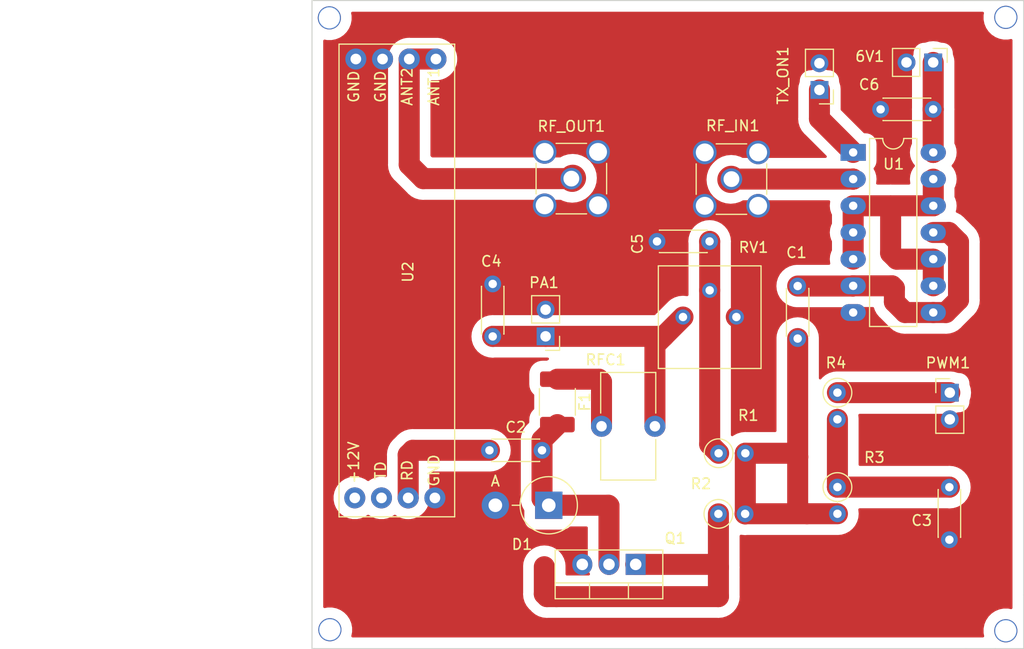
<source format=kicad_pcb>
(kicad_pcb (version 20171130) (host pcbnew 5.99.0+really5.1.10+dfsg1-1)

  (general
    (thickness 1.6)
    (drawings 16)
    (tracks 90)
    (zones 0)
    (modules 23)
    (nets 17)
  )

  (page User 200 200)
  (layers
    (0 F.Cu signal)
    (31 B.Cu signal hide)
    (33 F.Adhes user hide)
    (35 F.Paste user hide)
    (37 F.SilkS user)
    (38 B.Mask user hide)
    (39 F.Mask user hide)
    (40 Dwgs.User user hide)
    (41 Cmts.User user hide)
    (42 Eco1.User user hide)
    (43 Eco2.User user hide)
    (44 Edge.Cuts user)
    (45 Margin user hide)
    (46 B.CrtYd user hide)
    (47 F.CrtYd user)
    (49 F.Fab user)
  )

  (setup
    (last_trace_width 2)
    (user_trace_width 0.5)
    (user_trace_width 0.75)
    (user_trace_width 0.9)
    (user_trace_width 1)
    (user_trace_width 1.2)
    (user_trace_width 1.5)
    (user_trace_width 1.7)
    (user_trace_width 2)
    (user_trace_width 2.54)
    (trace_clearance 0.2)
    (zone_clearance 1.016)
    (zone_45_only no)
    (trace_min 0.2)
    (via_size 0.8)
    (via_drill 0.4)
    (via_min_size 0.4)
    (via_min_drill 0.3)
    (user_via 1.1 1)
    (user_via 2.2 2)
    (uvia_size 0.3)
    (uvia_drill 0.1)
    (uvias_allowed no)
    (uvia_min_size 0.2)
    (uvia_min_drill 0.1)
    (edge_width 0.1)
    (segment_width 0.2)
    (pcb_text_width 0.3)
    (pcb_text_size 1.5 1.5)
    (mod_edge_width 0.15)
    (mod_text_size 1 1)
    (mod_text_width 0.15)
    (pad_size 2.05 2.05)
    (pad_drill 1.5)
    (pad_to_mask_clearance 0)
    (aux_axis_origin 0 0)
    (visible_elements FFFFFF7F)
    (pcbplotparams
      (layerselection 0x011a0_7fffffff)
      (usegerberextensions false)
      (usegerberattributes true)
      (usegerberadvancedattributes true)
      (creategerberjobfile true)
      (excludeedgelayer true)
      (linewidth 0.100000)
      (plotframeref false)
      (viasonmask false)
      (mode 1)
      (useauxorigin false)
      (hpglpennumber 1)
      (hpglpenspeed 20)
      (hpglpendiameter 15.000000)
      (psnegative false)
      (psa4output false)
      (plotreference true)
      (plotvalue true)
      (plotinvisibletext false)
      (padsonsilk false)
      (subtractmaskfromsilk false)
      (outputformat 4)
      (mirror false)
      (drillshape 2)
      (scaleselection 1)
      (outputdirectory "plots/"))
  )

  (net 0 "")
  (net 1 GND)
  (net 2 +6V)
  (net 3 "Net-(RF_IN1-Pad1)")
  (net 4 +VDC)
  (net 5 "Net-(C1-Pad2)")
  (net 6 "Net-(TX_ON1-Pad1)")
  (net 7 "Net-(U1-Pad10)")
  (net 8 "Net-(C5-Pad1)")
  (net 9 "Net-(RF_OUT1-Pad1)")
  (net 10 "Net-(C3-Pad1)")
  (net 11 "Net-(PWM1-Pad1)")
  (net 12 "Net-(Q1-Pad1)")
  (net 13 /RF_IN)
  (net 14 /RF_OUT)
  (net 15 /DRAIN)
  (net 16 "Net-(F1-Pad1)")

  (net_class Default "This is the default net class."
    (clearance 0.2)
    (trace_width 0.25)
    (via_dia 0.8)
    (via_drill 0.4)
    (uvia_dia 0.3)
    (uvia_drill 0.1)
    (add_net +6V)
    (add_net +VDC)
    (add_net /DRAIN)
    (add_net /RF_IN)
    (add_net /RF_OUT)
    (add_net GND)
    (add_net "Net-(C1-Pad2)")
    (add_net "Net-(C3-Pad1)")
    (add_net "Net-(C5-Pad1)")
    (add_net "Net-(F1-Pad1)")
    (add_net "Net-(PWM1-Pad1)")
    (add_net "Net-(Q1-Pad1)")
    (add_net "Net-(RF_IN1-Pad1)")
    (add_net "Net-(RF_OUT1-Pad1)")
    (add_net "Net-(TX_ON1-Pad1)")
    (add_net "Net-(U1-Pad10)")
  )

  (module Fuse:Fuse_1812_4532Metric_Castellated (layer F.Cu) (tedit 5F68FEF2) (tstamp 61819C98)
    (at 93.84 97.71 270)
    (descr "Fuse SMD 1812 (4532 Metric), castellated end terminal, IPC_7351. (Body size source: https://www.nikhef.nl/pub/departments/mt/projects/detectorR_D/dtddice/ERJ2G.pdf), generated with kicad-footprint-generator")
    (tags "fuse castellated")
    (path /61824196)
    (attr smd)
    (fp_text reference F1 (at 0 -2.6 90) (layer F.SilkS)
      (effects (font (size 1 1) (thickness 0.15)))
    )
    (fp_text value Polyfuse_Small (at 0 2.6 90) (layer F.Fab) hide
      (effects (font (size 1 1) (thickness 0.15)))
    )
    (fp_text user %R (at 0 0 90) (layer F.Fab)
      (effects (font (size 1 1) (thickness 0.15)))
    )
    (fp_line (start -2.25 1.6) (end -2.25 -1.6) (layer F.Fab) (width 0.1))
    (fp_line (start -2.25 -1.6) (end 2.25 -1.6) (layer F.Fab) (width 0.1))
    (fp_line (start 2.25 -1.6) (end 2.25 1.6) (layer F.Fab) (width 0.1))
    (fp_line (start 2.25 1.6) (end -2.25 1.6) (layer F.Fab) (width 0.1))
    (fp_line (start -1.270031 -1.71) (end 1.270031 -1.71) (layer F.SilkS) (width 0.12))
    (fp_line (start -1.270031 1.71) (end 1.270031 1.71) (layer F.SilkS) (width 0.12))
    (fp_line (start -3.15 1.9) (end -3.15 -1.9) (layer F.CrtYd) (width 0.05))
    (fp_line (start -3.15 -1.9) (end 3.15 -1.9) (layer F.CrtYd) (width 0.05))
    (fp_line (start 3.15 -1.9) (end 3.15 1.9) (layer F.CrtYd) (width 0.05))
    (fp_line (start 3.15 1.9) (end -3.15 1.9) (layer F.CrtYd) (width 0.05))
    (pad 2 smd roundrect (at 2.1625 0 270) (size 1.475 3.3) (layers F.Cu F.Paste F.Mask) (roundrect_rratio 0.169492)
      (net 15 /DRAIN))
    (pad 1 smd roundrect (at -2.1625 0 270) (size 1.475 3.3) (layers F.Cu F.Paste F.Mask) (roundrect_rratio 0.169492)
      (net 16 "Net-(F1-Pad1)"))
    (model ${KISYS3DMOD}/Fuse.3dshapes/Fuse_1812_4532Metric_Castellated.wrl
      (at (xyz 0 0 0))
      (scale (xyz 1 1 1))
      (rotate (xyz 0 0 0))
    )
  )

  (module Diode_THT:D_DO-201_P5.08mm_Vertical_AnodeUp (layer F.Cu) (tedit 5AE50CD5) (tstamp 6171D689)
    (at 93.02 107.55 180)
    (descr "Diode, DO-201 series, Axial, Vertical, pin pitch=5.08mm, , length*diameter=9.53*5.21mm^2, , http://www.diodes.com/_files/packages/DO-201.pdf")
    (tags "Diode DO-201 series Axial Vertical pin pitch 5.08mm  length 9.53mm diameter 5.21mm")
    (path /6178DD43)
    (fp_text reference D1 (at 2.54 -3.725) (layer F.SilkS)
      (effects (font (size 1 1) (thickness 0.15)))
    )
    (fp_text value "75v 5W" (at 2.54 3.725) (layer F.Fab) hide
      (effects (font (size 1 1) (thickness 0.15)))
    )
    (fp_circle (center 0 0) (end 2.605 0) (layer F.Fab) (width 0.1))
    (fp_circle (center 0 0) (end 2.725 0) (layer F.SilkS) (width 0.12))
    (fp_line (start 0 0) (end 5.08 0) (layer F.Fab) (width 0.1))
    (fp_line (start 2.725 0) (end 3.48 0) (layer F.SilkS) (width 0.12))
    (fp_line (start -2.86 -2.86) (end -2.86 2.86) (layer F.CrtYd) (width 0.05))
    (fp_line (start -2.86 2.86) (end 6.64 2.86) (layer F.CrtYd) (width 0.05))
    (fp_line (start 6.64 2.86) (end 6.64 -2.86) (layer F.CrtYd) (width 0.05))
    (fp_line (start 6.64 -2.86) (end -2.86 -2.86) (layer F.CrtYd) (width 0.05))
    (fp_text user A (at 5.08 2.3) (layer F.SilkS)
      (effects (font (size 1 1) (thickness 0.15)))
    )
    (fp_text user A (at 5.08 2.3) (layer F.Fab)
      (effects (font (size 1 1) (thickness 0.15)))
    )
    (fp_text user %R (at 2.54 -3.725) (layer F.Fab)
      (effects (font (size 1 1) (thickness 0.15)))
    )
    (pad 2 thru_hole oval (at 5.08 0 180) (size 2.6 2.6) (drill 1.3) (layers *.Cu *.Mask)
      (net 1 GND))
    (pad 1 thru_hole rect (at 0 0 180) (size 2.6 2.6) (drill 1.3) (layers *.Cu *.Mask)
      (net 15 /DRAIN))
    (model ${KISYS3DMOD}/Diode_THT.3dshapes/D_DO-201_P5.08mm_Vertical_AnodeUp.wrl
      (at (xyz 0 0 0))
      (scale (xyz 1 1 1))
      (rotate (xyz 0 0 0))
    )
  )

  (module Inductor_THT:L_Toroid_Vertical_L10.0mm_W5.0mm_P5.08mm (layer F.Cu) (tedit 5AE59B06) (tstamp 610802F4)
    (at 98.04 100.03 90)
    (descr "L_Toroid, Vertical series, Radial, pin pitch=5.08mm, , length*width=10*5mm^2")
    (tags "L_Toroid Vertical series Radial pin pitch 5.08mm  length 10mm width 5mm")
    (path /60E5EC1D)
    (fp_text reference RFC1 (at 6.33 0.39) (layer F.SilkS)
      (effects (font (size 1 1) (thickness 0.15)))
    )
    (fp_text value "FT37-43 5 or 6T (2.5 - 15uH OK)" (at 0 7.33 90) (layer F.Fab) hide
      (effects (font (size 1 1) (thickness 0.15)))
    )
    (fp_line (start -5 0.04) (end -5 5.04) (layer F.Fab) (width 0.1))
    (fp_line (start -5 5.04) (end 5 5.04) (layer F.Fab) (width 0.1))
    (fp_line (start 5 5.04) (end 5 0.04) (layer F.Fab) (width 0.1))
    (fp_line (start 5 0.04) (end -5 0.04) (layer F.Fab) (width 0.1))
    (fp_line (start -4 0) (end -4 5.08) (layer F.Fab) (width 0.1))
    (fp_line (start -4 5.08) (end 4 5.08) (layer F.Fab) (width 0.1))
    (fp_line (start 4 5.08) (end 4 0) (layer F.Fab) (width 0.1))
    (fp_line (start 4 0) (end -4 0) (layer F.Fab) (width 0.1))
    (fp_line (start -4 0) (end -3.6 5.08) (layer F.Fab) (width 0.1))
    (fp_line (start -3.2 0) (end -2.8 5.08) (layer F.Fab) (width 0.1))
    (fp_line (start -2.4 0) (end -2 5.08) (layer F.Fab) (width 0.1))
    (fp_line (start -1.6 0) (end -1.2 5.08) (layer F.Fab) (width 0.1))
    (fp_line (start -0.8 0) (end -0.4 5.08) (layer F.Fab) (width 0.1))
    (fp_line (start 0 0) (end 0.4 5.08) (layer F.Fab) (width 0.1))
    (fp_line (start 0.8 0) (end 1.2 5.08) (layer F.Fab) (width 0.1))
    (fp_line (start 1.6 0) (end 2 5.08) (layer F.Fab) (width 0.1))
    (fp_line (start 2.4 0) (end 2.8 5.08) (layer F.Fab) (width 0.1))
    (fp_line (start 3.2 0) (end 3.6 5.08) (layer F.Fab) (width 0.1))
    (fp_line (start -5.12 -0.08) (end -1.255 -0.08) (layer F.SilkS) (width 0.12))
    (fp_line (start 1.255 -0.08) (end 5.12 -0.08) (layer F.SilkS) (width 0.12))
    (fp_line (start -5.12 5.16) (end -1.255 5.16) (layer F.SilkS) (width 0.12))
    (fp_line (start 1.255 5.16) (end 5.12 5.16) (layer F.SilkS) (width 0.12))
    (fp_line (start -5.12 -0.08) (end -5.12 5.16) (layer F.SilkS) (width 0.12))
    (fp_line (start 5.12 -0.08) (end 5.12 5.16) (layer F.SilkS) (width 0.12))
    (fp_line (start -5.25 -1.25) (end -5.25 6.33) (layer F.CrtYd) (width 0.05))
    (fp_line (start -5.25 6.33) (end 5.25 6.33) (layer F.CrtYd) (width 0.05))
    (fp_line (start 5.25 6.33) (end 5.25 -1.25) (layer F.CrtYd) (width 0.05))
    (fp_line (start 5.25 -1.25) (end -5.25 -1.25) (layer F.CrtYd) (width 0.05))
    (fp_text user %R (at 2.54 0 90) (layer F.Fab) hide
      (effects (font (size 1 1) (thickness 0.15)))
    )
    (pad 2 thru_hole circle (at 0 5.08 90) (size 2 2) (drill 1) (layers *.Cu *.Mask)
      (net 4 +VDC))
    (pad 1 thru_hole circle (at 0 0 90) (size 2 2) (drill 1) (layers *.Cu *.Mask)
      (net 16 "Net-(F1-Pad1)"))
    (model ${KIPRJMOD}/models/Toroidal_Inductor_330uH_3A.stp
      (offset (xyz 0 -2.5 1.5))
      (scale (xyz 0.4 0.3 0.4))
      (rotate (xyz 0 90 0))
    )
  )

  (module footprints:uSDX_LPF_Band_Module (layer F.Cu) (tedit 5F1374D2) (tstamp 6107A563)
    (at 41.07 109.65 90)
    (path /6102B655)
    (fp_text reference U2 (at 24.308 38.56 270) (layer F.SilkS)
      (effects (font (size 1 1) (thickness 0.15)))
    )
    (fp_text value uSDX_LPF_BAND_MODULE (at 25.07 35.512 270) (layer F.Fab)
      (effects (font (size 1 1) (thickness 0.15)))
    )
    (fp_line (start 1 32) (end 46 32) (layer F.SilkS) (width 0.12))
    (fp_line (start 46 32) (end 46 43) (layer F.SilkS) (width 0.12))
    (fp_line (start 46 43) (end 1 43) (layer F.SilkS) (width 0.12))
    (fp_line (start 1 43) (end 1 32) (layer F.SilkS) (width 0.12))
    (fp_text user ANT1 (at 41.95 41.02 270) (layer F.SilkS)
      (effects (font (size 1 1) (thickness 0.15)))
    )
    (fp_text user ANT2 (at 41.95 38.48 270) (layer F.SilkS)
      (effects (font (size 1 1) (thickness 0.15)))
    )
    (fp_text user GND (at 41.95 35.94 270) (layer F.SilkS)
      (effects (font (size 1 1) (thickness 0.15)))
    )
    (fp_text user GND (at 41.95 33.4 270) (layer F.SilkS)
      (effects (font (size 1 1) (thickness 0.15)))
    )
    (fp_text user +12V (at 6.17 33.39 270) (layer F.SilkS)
      (effects (font (size 1 1) (thickness 0.15)))
    )
    (fp_text user TD (at 5.41 35.95 270) (layer F.SilkS)
      (effects (font (size 1 1) (thickness 0.15)))
    )
    (fp_text user RD (at 5.41 38.49 270) (layer F.SilkS)
      (effects (font (size 1 1) (thickness 0.15)))
    )
    (fp_text user GND (at 5.41 41.03 270) (layer F.SilkS)
      (effects (font (size 1 1) (thickness 0.15)))
    )
    (pad 8 thru_hole circle (at 44.58 33.6 270) (size 2 2) (drill 1.016) (layers *.Cu *.Mask)
      (net 1 GND))
    (pad 7 thru_hole circle (at 44.58 36.14 270) (size 2 2) (drill 1.016) (layers *.Cu *.Mask)
      (net 1 GND))
    (pad 6 thru_hole circle (at 44.58 38.68 270) (size 2 2) (drill 1.016) (layers *.Cu *.Mask)
      (net 9 "Net-(RF_OUT1-Pad1)"))
    (pad 5 thru_hole circle (at 44.58 41.22 270) (size 2 2) (drill 1.016) (layers *.Cu *.Mask)
      (net 9 "Net-(RF_OUT1-Pad1)"))
    (pad 1 thru_hole circle (at 2.8 33.5 270) (size 2 2) (drill 1.016) (layers *.Cu *.Mask))
    (pad 2 thru_hole circle (at 2.8 36.04 270) (size 2 2) (drill 1.016) (layers *.Cu *.Mask))
    (pad 3 thru_hole circle (at 2.8 38.58 270) (size 2 2) (drill 1.016) (layers *.Cu *.Mask)
      (net 14 /RF_OUT))
    (pad 4 thru_hole circle (at 2.8 41.12 270) (size 2 2) (drill 1.016) (layers *.Cu *.Mask)
      (net 1 GND))
  )

  (module Capacitor_THT:C_Disc_D4.3mm_W1.9mm_P5.00mm (layer F.Cu) (tedit 5AE50EF0) (tstamp 6107C6C1)
    (at 129.59 69.86 180)
    (descr "C, Disc series, Radial, pin pitch=5.00mm, , diameter*width=4.3*1.9mm^2, Capacitor, http://www.vishay.com/docs/45233/krseries.pdf")
    (tags "C Disc series Radial pin pitch 5.00mm  diameter 4.3mm width 1.9mm Capacitor")
    (path /6098B985)
    (fp_text reference C6 (at 6.09 2.36) (layer F.SilkS)
      (effects (font (size 1 1) (thickness 0.15)))
    )
    (fp_text value 100nF (at 2.5 2.2) (layer F.Fab) hide
      (effects (font (size 1 1) (thickness 0.15)))
    )
    (fp_line (start 6.05 -1.2) (end -1.05 -1.2) (layer F.CrtYd) (width 0.05))
    (fp_line (start 6.05 1.2) (end 6.05 -1.2) (layer F.CrtYd) (width 0.05))
    (fp_line (start -1.05 1.2) (end 6.05 1.2) (layer F.CrtYd) (width 0.05))
    (fp_line (start -1.05 -1.2) (end -1.05 1.2) (layer F.CrtYd) (width 0.05))
    (fp_line (start 4.77 1.055) (end 4.77 1.07) (layer F.SilkS) (width 0.12))
    (fp_line (start 4.77 -1.07) (end 4.77 -1.055) (layer F.SilkS) (width 0.12))
    (fp_line (start 0.23 1.055) (end 0.23 1.07) (layer F.SilkS) (width 0.12))
    (fp_line (start 0.23 -1.07) (end 0.23 -1.055) (layer F.SilkS) (width 0.12))
    (fp_line (start 0.23 1.07) (end 4.77 1.07) (layer F.SilkS) (width 0.12))
    (fp_line (start 0.23 -1.07) (end 4.77 -1.07) (layer F.SilkS) (width 0.12))
    (fp_line (start 4.65 -0.95) (end 0.35 -0.95) (layer F.Fab) (width 0.1))
    (fp_line (start 4.65 0.95) (end 4.65 -0.95) (layer F.Fab) (width 0.1))
    (fp_line (start 0.35 0.95) (end 4.65 0.95) (layer F.Fab) (width 0.1))
    (fp_line (start 0.35 -0.95) (end 0.35 0.95) (layer F.Fab) (width 0.1))
    (fp_text user %R (at 2.5 0) (layer F.Fab)
      (effects (font (size 0.86 0.86) (thickness 0.129)))
    )
    (pad 2 thru_hole circle (at 5 0 180) (size 1.6 1.6) (drill 0.8) (layers *.Cu *.Mask)
      (net 1 GND))
    (pad 1 thru_hole circle (at 0 0 180) (size 1.6 1.6) (drill 0.8) (layers *.Cu *.Mask)
      (net 2 +6V))
    (model ${KISYS3DMOD}/Capacitor_THT.3dshapes/C_Disc_D4.3mm_W1.9mm_P5.00mm.wrl
      (at (xyz 0 0 0))
      (scale (xyz 1 1 1))
      (rotate (xyz 0 0 0))
    )
  )

  (module Capacitor_THT:C_Disc_D4.3mm_W1.9mm_P5.00mm (layer F.Cu) (tedit 5AE50EF0) (tstamp 6107C397)
    (at 108.32 82.43 180)
    (descr "C, Disc series, Radial, pin pitch=5.00mm, , diameter*width=4.3*1.9mm^2, Capacitor, http://www.vishay.com/docs/45233/krseries.pdf")
    (tags "C Disc series Radial pin pitch 5.00mm  diameter 4.3mm width 1.9mm Capacitor")
    (path /611E4538)
    (fp_text reference C5 (at 6.86 -0.24 270) (layer F.SilkS)
      (effects (font (size 1 1) (thickness 0.15)))
    )
    (fp_text value 1uF (at 2.5 2.2) (layer F.Fab)
      (effects (font (size 1 1) (thickness 0.15)))
    )
    (fp_line (start 6.05 -1.2) (end -1.05 -1.2) (layer F.CrtYd) (width 0.05))
    (fp_line (start 6.05 1.2) (end 6.05 -1.2) (layer F.CrtYd) (width 0.05))
    (fp_line (start -1.05 1.2) (end 6.05 1.2) (layer F.CrtYd) (width 0.05))
    (fp_line (start -1.05 -1.2) (end -1.05 1.2) (layer F.CrtYd) (width 0.05))
    (fp_line (start 4.77 1.055) (end 4.77 1.07) (layer F.SilkS) (width 0.12))
    (fp_line (start 4.77 -1.07) (end 4.77 -1.055) (layer F.SilkS) (width 0.12))
    (fp_line (start 0.23 1.055) (end 0.23 1.07) (layer F.SilkS) (width 0.12))
    (fp_line (start 0.23 -1.07) (end 0.23 -1.055) (layer F.SilkS) (width 0.12))
    (fp_line (start 0.23 1.07) (end 4.77 1.07) (layer F.SilkS) (width 0.12))
    (fp_line (start 0.23 -1.07) (end 4.77 -1.07) (layer F.SilkS) (width 0.12))
    (fp_line (start 4.65 -0.95) (end 0.35 -0.95) (layer F.Fab) (width 0.1))
    (fp_line (start 4.65 0.95) (end 4.65 -0.95) (layer F.Fab) (width 0.1))
    (fp_line (start 0.35 0.95) (end 4.65 0.95) (layer F.Fab) (width 0.1))
    (fp_line (start 0.35 -0.95) (end 0.35 0.95) (layer F.Fab) (width 0.1))
    (fp_text user %R (at 2.5 0) (layer F.Fab)
      (effects (font (size 0.86 0.86) (thickness 0.129)))
    )
    (pad 2 thru_hole circle (at 5 0 180) (size 1.6 1.6) (drill 0.8) (layers *.Cu *.Mask)
      (net 1 GND))
    (pad 1 thru_hole circle (at 0 0 180) (size 1.6 1.6) (drill 0.8) (layers *.Cu *.Mask)
      (net 8 "Net-(C5-Pad1)"))
    (model ${KISYS3DMOD}/Capacitor_THT.3dshapes/C_Disc_D4.3mm_W1.9mm_P5.00mm.wrl
      (at (xyz 0 0 0))
      (scale (xyz 1 1 1))
      (rotate (xyz 0 0 0))
    )
  )

  (module Capacitor_THT:C_Disc_D4.3mm_W1.9mm_P5.00mm (layer F.Cu) (tedit 5AE50EF0) (tstamp 6107C3D3)
    (at 87.69 91.48 90)
    (descr "C, Disc series, Radial, pin pitch=5.00mm, , diameter*width=4.3*1.9mm^2, Capacitor, http://www.vishay.com/docs/45233/krseries.pdf")
    (tags "C Disc series Radial pin pitch 5.00mm  diameter 4.3mm width 1.9mm Capacitor")
    (path /6068F2D2)
    (fp_text reference C4 (at 7.152 -0.136 180) (layer F.SilkS)
      (effects (font (size 1 1) (thickness 0.15)))
    )
    (fp_text value 100nF (at 2.5 2.2 90) (layer F.Fab) hide
      (effects (font (size 1 1) (thickness 0.15)))
    )
    (fp_line (start 6.05 -1.2) (end -1.05 -1.2) (layer F.CrtYd) (width 0.05))
    (fp_line (start 6.05 1.2) (end 6.05 -1.2) (layer F.CrtYd) (width 0.05))
    (fp_line (start -1.05 1.2) (end 6.05 1.2) (layer F.CrtYd) (width 0.05))
    (fp_line (start -1.05 -1.2) (end -1.05 1.2) (layer F.CrtYd) (width 0.05))
    (fp_line (start 4.77 1.055) (end 4.77 1.07) (layer F.SilkS) (width 0.12))
    (fp_line (start 4.77 -1.07) (end 4.77 -1.055) (layer F.SilkS) (width 0.12))
    (fp_line (start 0.23 1.055) (end 0.23 1.07) (layer F.SilkS) (width 0.12))
    (fp_line (start 0.23 -1.07) (end 0.23 -1.055) (layer F.SilkS) (width 0.12))
    (fp_line (start 0.23 1.07) (end 4.77 1.07) (layer F.SilkS) (width 0.12))
    (fp_line (start 0.23 -1.07) (end 4.77 -1.07) (layer F.SilkS) (width 0.12))
    (fp_line (start 4.65 -0.95) (end 0.35 -0.95) (layer F.Fab) (width 0.1))
    (fp_line (start 4.65 0.95) (end 4.65 -0.95) (layer F.Fab) (width 0.1))
    (fp_line (start 0.35 0.95) (end 4.65 0.95) (layer F.Fab) (width 0.1))
    (fp_line (start 0.35 -0.95) (end 0.35 0.95) (layer F.Fab) (width 0.1))
    (fp_text user %R (at 2.5 0 90) (layer F.Fab)
      (effects (font (size 0.86 0.86) (thickness 0.129)))
    )
    (pad 2 thru_hole circle (at 5 0 90) (size 1.6 1.6) (drill 0.8) (layers *.Cu *.Mask)
      (net 1 GND))
    (pad 1 thru_hole circle (at 0 0 90) (size 1.6 1.6) (drill 0.8) (layers *.Cu *.Mask)
      (net 4 +VDC))
    (model ${KISYS3DMOD}/Capacitor_THT.3dshapes/C_Disc_D4.3mm_W1.9mm_P5.00mm.wrl
      (at (xyz 0 0 0))
      (scale (xyz 1 1 1))
      (rotate (xyz 0 0 0))
    )
  )

  (module Capacitor_THT:C_Disc_D4.3mm_W1.9mm_P5.00mm (layer F.Cu) (tedit 5AE50EF0) (tstamp 6107C5B3)
    (at 87.38 102.32)
    (descr "C, Disc series, Radial, pin pitch=5.00mm, , diameter*width=4.3*1.9mm^2, Capacitor, http://www.vishay.com/docs/45233/krseries.pdf")
    (tags "C Disc series Radial pin pitch 5.00mm  diameter 4.3mm width 1.9mm Capacitor")
    (path /60E92E50)
    (fp_text reference C2 (at 2.5 -2.2) (layer F.SilkS)
      (effects (font (size 1 1) (thickness 0.15)))
    )
    (fp_text value "100nF (100v)" (at 2.5 2.2) (layer F.Fab) hide
      (effects (font (size 1 1) (thickness 0.15)))
    )
    (fp_line (start 6.05 -1.2) (end -1.05 -1.2) (layer F.CrtYd) (width 0.05))
    (fp_line (start 6.05 1.2) (end 6.05 -1.2) (layer F.CrtYd) (width 0.05))
    (fp_line (start -1.05 1.2) (end 6.05 1.2) (layer F.CrtYd) (width 0.05))
    (fp_line (start -1.05 -1.2) (end -1.05 1.2) (layer F.CrtYd) (width 0.05))
    (fp_line (start 4.77 1.055) (end 4.77 1.07) (layer F.SilkS) (width 0.12))
    (fp_line (start 4.77 -1.07) (end 4.77 -1.055) (layer F.SilkS) (width 0.12))
    (fp_line (start 0.23 1.055) (end 0.23 1.07) (layer F.SilkS) (width 0.12))
    (fp_line (start 0.23 -1.07) (end 0.23 -1.055) (layer F.SilkS) (width 0.12))
    (fp_line (start 0.23 1.07) (end 4.77 1.07) (layer F.SilkS) (width 0.12))
    (fp_line (start 0.23 -1.07) (end 4.77 -1.07) (layer F.SilkS) (width 0.12))
    (fp_line (start 4.65 -0.95) (end 0.35 -0.95) (layer F.Fab) (width 0.1))
    (fp_line (start 4.65 0.95) (end 4.65 -0.95) (layer F.Fab) (width 0.1))
    (fp_line (start 0.35 0.95) (end 4.65 0.95) (layer F.Fab) (width 0.1))
    (fp_line (start 0.35 -0.95) (end 0.35 0.95) (layer F.Fab) (width 0.1))
    (fp_text user %R (at 2.5 0) (layer F.Fab)
      (effects (font (size 0.86 0.86) (thickness 0.129)))
    )
    (pad 2 thru_hole circle (at 5 0) (size 1.6 1.6) (drill 0.8) (layers *.Cu *.Mask)
      (net 15 /DRAIN))
    (pad 1 thru_hole circle (at 0 0) (size 1.6 1.6) (drill 0.8) (layers *.Cu *.Mask)
      (net 14 /RF_OUT))
    (model ${KISYS3DMOD}/Capacitor_THT.3dshapes/C_Disc_D4.3mm_W1.9mm_P5.00mm.wrl
      (at (xyz 0 0 0))
      (scale (xyz 1 1 1))
      (rotate (xyz 0 0 0))
    )
  )

  (module Resistor_THT:R_Axial_DIN0207_L6.3mm_D2.5mm_P2.54mm_Vertical (layer F.Cu) (tedit 5AE5139B) (tstamp 6107C502)
    (at 120.48 96.83 270)
    (descr "Resistor, Axial_DIN0207 series, Axial, Vertical, pin pitch=2.54mm, 0.25W = 1/4W, length*diameter=6.3*2.5mm^2, http://cdn-reichelt.de/documents/datenblatt/B400/1_4W%23YAG.pdf")
    (tags "Resistor Axial_DIN0207 series Axial Vertical pin pitch 2.54mm 0.25W = 1/4W length 6.3mm diameter 2.5mm")
    (path /61145775)
    (fp_text reference R4 (at -2.83 0.14 180) (layer F.SilkS)
      (effects (font (size 1 1) (thickness 0.15)))
    )
    (fp_text value 10k (at -2.65 0.12 180) (layer F.Fab) hide
      (effects (font (size 1 1) (thickness 0.15)))
    )
    (fp_line (start 3.59 -1.5) (end -1.5 -1.5) (layer F.CrtYd) (width 0.05))
    (fp_line (start 3.59 1.5) (end 3.59 -1.5) (layer F.CrtYd) (width 0.05))
    (fp_line (start -1.5 1.5) (end 3.59 1.5) (layer F.CrtYd) (width 0.05))
    (fp_line (start -1.5 -1.5) (end -1.5 1.5) (layer F.CrtYd) (width 0.05))
    (fp_line (start 1.37 0) (end 1.44 0) (layer F.SilkS) (width 0.12))
    (fp_line (start 0 0) (end 2.54 0) (layer F.Fab) (width 0.1))
    (fp_circle (center 0 0) (end 1.37 0) (layer F.SilkS) (width 0.12))
    (fp_circle (center 0 0) (end 1.25 0) (layer F.Fab) (width 0.1))
    (fp_text user %R (at 4.606 0.044 180) (layer F.Fab) hide
      (effects (font (size 1 1) (thickness 0.15)))
    )
    (pad 2 thru_hole oval (at 2.54 0 270) (size 1.6 1.6) (drill 0.8) (layers *.Cu *.Mask)
      (net 10 "Net-(C3-Pad1)"))
    (pad 1 thru_hole circle (at 0 0 270) (size 1.6 1.6) (drill 0.8) (layers *.Cu *.Mask)
      (net 11 "Net-(PWM1-Pad1)"))
    (model ${KISYS3DMOD}/Resistor_THT.3dshapes/R_Axial_DIN0207_L6.3mm_D2.5mm_P2.54mm_Vertical.wrl
      (at (xyz 0 0 0))
      (scale (xyz 1 1 1))
      (rotate (xyz 0 0 0))
    )
  )

  (module Resistor_THT:R_Axial_DIN0207_L6.3mm_D2.5mm_P2.54mm_Vertical (layer F.Cu) (tedit 5AE5139B) (tstamp 6107C7F0)
    (at 120.48 105.82 270)
    (descr "Resistor, Axial_DIN0207 series, Axial, Vertical, pin pitch=2.54mm, 0.25W = 1/4W, length*diameter=6.3*2.5mm^2, http://cdn-reichelt.de/documents/datenblatt/B400/1_4W%23YAG.pdf")
    (tags "Resistor Axial_DIN0207 series Axial Vertical pin pitch 2.54mm 0.25W = 1/4W length 6.3mm diameter 2.5mm")
    (path /61144232)
    (fp_text reference R3 (at -2.82 -3.52 180) (layer F.SilkS)
      (effects (font (size 1 1) (thickness 0.15)))
    )
    (fp_text value 10k (at 0.03 2.44 90) (layer F.Fab) hide
      (effects (font (size 1 1) (thickness 0.15)))
    )
    (fp_line (start 3.59 -1.5) (end -1.5 -1.5) (layer F.CrtYd) (width 0.05))
    (fp_line (start 3.59 1.5) (end 3.59 -1.5) (layer F.CrtYd) (width 0.05))
    (fp_line (start -1.5 1.5) (end 3.59 1.5) (layer F.CrtYd) (width 0.05))
    (fp_line (start -1.5 -1.5) (end -1.5 1.5) (layer F.CrtYd) (width 0.05))
    (fp_line (start 1.37 0) (end 1.44 0) (layer F.SilkS) (width 0.12))
    (fp_line (start 0 0) (end 2.54 0) (layer F.Fab) (width 0.1))
    (fp_circle (center 0 0) (end 1.37 0) (layer F.SilkS) (width 0.12))
    (fp_circle (center 0 0) (end 1.25 0) (layer F.Fab) (width 0.1))
    (fp_text user %R (at 1.27 -2.37 90) (layer F.Fab) hide
      (effects (font (size 1 1) (thickness 0.15)))
    )
    (pad 2 thru_hole oval (at 2.54 0 270) (size 1.6 1.6) (drill 0.8) (layers *.Cu *.Mask)
      (net 13 /RF_IN))
    (pad 1 thru_hole circle (at 0 0 270) (size 1.6 1.6) (drill 0.8) (layers *.Cu *.Mask)
      (net 10 "Net-(C3-Pad1)"))
    (model ${KISYS3DMOD}/Resistor_THT.3dshapes/R_Axial_DIN0207_L6.3mm_D2.5mm_P2.54mm_Vertical.wrl
      (at (xyz 0 0 0))
      (scale (xyz 1 1 1))
      (rotate (xyz 0 0 0))
    )
  )

  (module Connector_PinHeader_2.54mm:PinHeader_1x02_P2.54mm_Vertical (layer F.Cu) (tedit 59FED5CC) (tstamp 6107C722)
    (at 131.17 96.83)
    (descr "Through hole straight pin header, 1x02, 2.54mm pitch, single row")
    (tags "Through hole pin header THT 1x02 2.54mm single row")
    (path /61187DF9)
    (fp_text reference PWM1 (at -0.17 -2.83) (layer F.SilkS)
      (effects (font (size 1 1) (thickness 0.15)))
    )
    (fp_text value Conn_01x02 (at 0 4.87) (layer F.Fab) hide
      (effects (font (size 1 1) (thickness 0.15)))
    )
    (fp_line (start 1.8 -1.8) (end -1.8 -1.8) (layer F.CrtYd) (width 0.05))
    (fp_line (start 1.8 4.35) (end 1.8 -1.8) (layer F.CrtYd) (width 0.05))
    (fp_line (start -1.8 4.35) (end 1.8 4.35) (layer F.CrtYd) (width 0.05))
    (fp_line (start -1.8 -1.8) (end -1.8 4.35) (layer F.CrtYd) (width 0.05))
    (fp_line (start -1.33 -1.33) (end 0 -1.33) (layer F.SilkS) (width 0.12))
    (fp_line (start -1.33 0) (end -1.33 -1.33) (layer F.SilkS) (width 0.12))
    (fp_line (start -1.33 1.27) (end 1.33 1.27) (layer F.SilkS) (width 0.12))
    (fp_line (start 1.33 1.27) (end 1.33 3.87) (layer F.SilkS) (width 0.12))
    (fp_line (start -1.33 1.27) (end -1.33 3.87) (layer F.SilkS) (width 0.12))
    (fp_line (start -1.33 3.87) (end 1.33 3.87) (layer F.SilkS) (width 0.12))
    (fp_line (start -1.27 -0.635) (end -0.635 -1.27) (layer F.Fab) (width 0.1))
    (fp_line (start -1.27 3.81) (end -1.27 -0.635) (layer F.Fab) (width 0.1))
    (fp_line (start 1.27 3.81) (end -1.27 3.81) (layer F.Fab) (width 0.1))
    (fp_line (start 1.27 -1.27) (end 1.27 3.81) (layer F.Fab) (width 0.1))
    (fp_line (start -0.635 -1.27) (end 1.27 -1.27) (layer F.Fab) (width 0.1))
    (fp_text user %R (at 0 1.27 90) (layer F.Fab)
      (effects (font (size 1 1) (thickness 0.15)))
    )
    (pad 2 thru_hole oval (at 0 2.54) (size 1.7 1.7) (drill 1) (layers *.Cu *.Mask)
      (net 1 GND))
    (pad 1 thru_hole rect (at 0 0) (size 1.7 1.7) (drill 1) (layers *.Cu *.Mask)
      (net 11 "Net-(PWM1-Pad1)"))
    (model ${KISYS3DMOD}/Connector_PinHeader_2.54mm.3dshapes/PinHeader_1x02_P2.54mm_Vertical.wrl
      (at (xyz 0 0 0))
      (scale (xyz 1 1 1))
      (rotate (xyz 0 0 0))
    )
  )

  (module Capacitor_THT:C_Disc_D4.3mm_W1.9mm_P5.00mm (layer F.Cu) (tedit 5AE50EF0) (tstamp 6107C358)
    (at 131.13 105.83 270)
    (descr "C, Disc series, Radial, pin pitch=5.00mm, , diameter*width=4.3*1.9mm^2, Capacitor, http://www.vishay.com/docs/45233/krseries.pdf")
    (tags "C Disc series Radial pin pitch 5.00mm  diameter 4.3mm width 1.9mm Capacitor")
    (path /6114C695)
    (fp_text reference C3 (at 3.17 2.63 180) (layer F.SilkS)
      (effects (font (size 1 1) (thickness 0.15)))
    )
    (fp_text value 10nF (at 2.5 2.2 90) (layer F.Fab) hide
      (effects (font (size 1 1) (thickness 0.15)))
    )
    (fp_line (start 6.05 -1.2) (end -1.05 -1.2) (layer F.CrtYd) (width 0.05))
    (fp_line (start 6.05 1.2) (end 6.05 -1.2) (layer F.CrtYd) (width 0.05))
    (fp_line (start -1.05 1.2) (end 6.05 1.2) (layer F.CrtYd) (width 0.05))
    (fp_line (start -1.05 -1.2) (end -1.05 1.2) (layer F.CrtYd) (width 0.05))
    (fp_line (start 4.77 1.055) (end 4.77 1.07) (layer F.SilkS) (width 0.12))
    (fp_line (start 4.77 -1.07) (end 4.77 -1.055) (layer F.SilkS) (width 0.12))
    (fp_line (start 0.23 1.055) (end 0.23 1.07) (layer F.SilkS) (width 0.12))
    (fp_line (start 0.23 -1.07) (end 0.23 -1.055) (layer F.SilkS) (width 0.12))
    (fp_line (start 0.23 1.07) (end 4.77 1.07) (layer F.SilkS) (width 0.12))
    (fp_line (start 0.23 -1.07) (end 4.77 -1.07) (layer F.SilkS) (width 0.12))
    (fp_line (start 4.65 -0.95) (end 0.35 -0.95) (layer F.Fab) (width 0.1))
    (fp_line (start 4.65 0.95) (end 4.65 -0.95) (layer F.Fab) (width 0.1))
    (fp_line (start 0.35 0.95) (end 4.65 0.95) (layer F.Fab) (width 0.1))
    (fp_line (start 0.35 -0.95) (end 0.35 0.95) (layer F.Fab) (width 0.1))
    (fp_text user %R (at 2.5 0 90) (layer F.Fab)
      (effects (font (size 0.86 0.86) (thickness 0.129)))
    )
    (pad 2 thru_hole circle (at 5 0 270) (size 1.6 1.6) (drill 0.8) (layers *.Cu *.Mask)
      (net 1 GND))
    (pad 1 thru_hole circle (at 0 0 270) (size 1.6 1.6) (drill 0.8) (layers *.Cu *.Mask)
      (net 10 "Net-(C3-Pad1)"))
    (model ${KISYS3DMOD}/Capacitor_THT.3dshapes/C_Disc_D4.3mm_W1.9mm_P5.00mm.wrl
      (at (xyz 0 0 0))
      (scale (xyz 1 1 1))
      (rotate (xyz 0 0 0))
    )
  )

  (module Connector_Coaxial:SMA_Amphenol_901-144_Vertical (layer F.Cu) (tedit 5B2F4C32) (tstamp 6107C7B6)
    (at 95.17 76.454)
    (descr https://www.amphenolrf.com/downloads/dl/file/id/7023/product/3103/901_144_customer_drawing.pdf)
    (tags "SMA THT Female Jack Vertical")
    (path /610F637F)
    (fp_text reference RF_OUT1 (at 0 -4.976) (layer F.SilkS)
      (effects (font (size 1 1) (thickness 0.15)))
    )
    (fp_text value Conn_Coaxial (at 0 5) (layer F.Fab) hide
      (effects (font (size 1 1) (thickness 0.15)))
    )
    (fp_line (start -1.45 -3.355) (end 1.45 -3.355) (layer F.SilkS) (width 0.12))
    (fp_line (start -1.45 3.355) (end 1.45 3.355) (layer F.SilkS) (width 0.12))
    (fp_line (start 3.355 -1.45) (end 3.355 1.45) (layer F.SilkS) (width 0.12))
    (fp_line (start -3.355 -1.45) (end -3.355 1.45) (layer F.SilkS) (width 0.12))
    (fp_line (start 3.175 -3.175) (end 3.175 3.175) (layer F.Fab) (width 0.1))
    (fp_line (start -3.175 3.175) (end 3.175 3.175) (layer F.Fab) (width 0.1))
    (fp_line (start -3.175 -3.175) (end -3.175 3.175) (layer F.Fab) (width 0.1))
    (fp_line (start -3.175 -3.175) (end 3.175 -3.175) (layer F.Fab) (width 0.1))
    (fp_line (start -4.17 -4.17) (end 4.17 -4.17) (layer F.CrtYd) (width 0.05))
    (fp_line (start -4.17 -4.17) (end -4.17 4.17) (layer F.CrtYd) (width 0.05))
    (fp_line (start 4.17 4.17) (end 4.17 -4.17) (layer F.CrtYd) (width 0.05))
    (fp_line (start 4.17 4.17) (end -4.17 4.17) (layer F.CrtYd) (width 0.05))
    (fp_circle (center 0 0) (end 3.175 0) (layer F.Fab) (width 0.1))
    (fp_text user %R (at 0 0) (layer F.Fab)
      (effects (font (size 1 1) (thickness 0.15)))
    )
    (pad 2 thru_hole circle (at -2.54 2.54) (size 2.25 2.25) (drill 1.7) (layers *.Cu *.Mask)
      (net 1 GND))
    (pad 2 thru_hole circle (at -2.54 -2.54) (size 2.25 2.25) (drill 1.7) (layers *.Cu *.Mask)
      (net 1 GND))
    (pad 2 thru_hole circle (at 2.54 -2.54) (size 2.25 2.25) (drill 1.7) (layers *.Cu *.Mask)
      (net 1 GND))
    (pad 2 thru_hole circle (at 2.54 2.54) (size 2.25 2.25) (drill 1.7) (layers *.Cu *.Mask)
      (net 1 GND))
    (pad 1 thru_hole circle (at 0 0) (size 2.05 2.05) (drill 1.5) (layers *.Cu *.Mask)
      (net 9 "Net-(RF_OUT1-Pad1)"))
    (model ${KISYS3DMOD}/Connector_Coaxial.3dshapes/SMA_Amphenol_901-144_Vertical.wrl
      (at (xyz 0 0 0))
      (scale (xyz 1 1 1))
      (rotate (xyz 0 0 0))
    )
    (model ${KIPRJMOD}/models/901-144.stp
      (offset (xyz 0 0 9.5))
      (scale (xyz 1 1 1))
      (rotate (xyz 0 -90 0))
    )
  )

  (module Potentiometer_THT:Potentiometer_Bourns_3386P_Vertical (layer F.Cu) (tedit 5AA07388) (tstamp 6107C2E5)
    (at 110.87 89.63 90)
    (descr "Potentiometer, vertical, Bourns 3386P, https://www.bourns.com/pdfs/3386.pdf")
    (tags "Potentiometer vertical Bourns 3386P")
    (path /61088B73)
    (fp_text reference RV1 (at 6.63 1.63 180) (layer F.SilkS)
      (effects (font (size 1 1) (thickness 0.15)))
    )
    (fp_text value 10k (at -0.015 3.475 180) (layer F.Fab) hide
      (effects (font (size 1 1) (thickness 0.15)))
    )
    (fp_line (start 5 -7.56) (end -5.03 -7.56) (layer F.CrtYd) (width 0.05))
    (fp_line (start 5 2.48) (end 5 -7.56) (layer F.CrtYd) (width 0.05))
    (fp_line (start -5.03 2.48) (end 5 2.48) (layer F.CrtYd) (width 0.05))
    (fp_line (start -5.03 -7.56) (end -5.03 2.48) (layer F.CrtYd) (width 0.05))
    (fp_line (start 4.87 -7.425) (end 4.87 2.345) (layer F.SilkS) (width 0.12))
    (fp_line (start -4.9 -7.425) (end -4.9 2.345) (layer F.SilkS) (width 0.12))
    (fp_line (start -4.9 2.345) (end 4.87 2.345) (layer F.SilkS) (width 0.12))
    (fp_line (start -4.9 -7.425) (end 4.87 -7.425) (layer F.SilkS) (width 0.12))
    (fp_line (start -0.891 -0.98) (end -0.89 -4.099) (layer F.Fab) (width 0.1))
    (fp_line (start -0.891 -0.98) (end -0.89 -4.099) (layer F.Fab) (width 0.1))
    (fp_line (start 4.75 -7.305) (end -4.78 -7.305) (layer F.Fab) (width 0.1))
    (fp_line (start 4.75 2.225) (end 4.75 -7.305) (layer F.Fab) (width 0.1))
    (fp_line (start -4.78 2.225) (end 4.75 2.225) (layer F.Fab) (width 0.1))
    (fp_line (start -4.78 -7.305) (end -4.78 2.225) (layer F.Fab) (width 0.1))
    (fp_circle (center -0.891 -2.54) (end 0.684 -2.54) (layer F.Fab) (width 0.1))
    (fp_text user %R (at -3.78 -2.54) (layer F.Fab) hide
      (effects (font (size 1 1) (thickness 0.15)))
    )
    (pad 1 thru_hole circle (at 0 0 90) (size 1.44 1.44) (drill 0.8) (layers *.Cu *.Mask)
      (net 1 GND))
    (pad 2 thru_hole circle (at 2.54 -2.54 90) (size 1.44 1.44) (drill 0.8) (layers *.Cu *.Mask)
      (net 8 "Net-(C5-Pad1)"))
    (pad 3 thru_hole circle (at 0 -5.08 90) (size 1.44 1.44) (drill 0.8) (layers *.Cu *.Mask)
      (net 4 +VDC))
    (model ${KISYS3DMOD}/Potentiometer_THT.3dshapes/Potentiometer_Bourns_3386P_Vertical.wrl
      (at (xyz 0 0 0))
      (scale (xyz 1 1 1))
      (rotate (xyz 0 0 0))
    )
    (model ${KIPRJMOD}/models/3362P-1-102LF.STEP
      (offset (xyz 0 2.5 0))
      (scale (xyz 1 1 1))
      (rotate (xyz -90 0 90))
    )
  )

  (module Resistor_THT:R_Axial_DIN0207_L6.3mm_D2.5mm_P2.54mm_Vertical (layer F.Cu) (tedit 5AE5139B) (tstamp 6107C31F)
    (at 109.16 108.37)
    (descr "Resistor, Axial_DIN0207 series, Axial, Vertical, pin pitch=2.54mm, 0.25W = 1/4W, length*diameter=6.3*2.5mm^2, http://cdn-reichelt.de/documents/datenblatt/B400/1_4W%23YAG.pdf")
    (tags "Resistor Axial_DIN0207 series Axial Vertical pin pitch 2.54mm 0.25W = 1/4W length 6.3mm diameter 2.5mm")
    (path /61370EAF)
    (fp_text reference R2 (at -1.66 -2.87) (layer F.SilkS)
      (effects (font (size 1 1) (thickness 0.15)))
    )
    (fp_text value 4.7 (at 1.27 2.37) (layer F.Fab) hide
      (effects (font (size 1 1) (thickness 0.15)))
    )
    (fp_circle (center 0 0) (end 1.25 0) (layer F.Fab) (width 0.1))
    (fp_circle (center 0 0) (end 1.37 0) (layer F.SilkS) (width 0.12))
    (fp_line (start 0 0) (end 2.54 0) (layer F.Fab) (width 0.1))
    (fp_line (start 1.37 0) (end 1.44 0) (layer F.SilkS) (width 0.12))
    (fp_line (start -1.5 -1.5) (end -1.5 1.5) (layer F.CrtYd) (width 0.05))
    (fp_line (start -1.5 1.5) (end 3.59 1.5) (layer F.CrtYd) (width 0.05))
    (fp_line (start 3.59 1.5) (end 3.59 -1.5) (layer F.CrtYd) (width 0.05))
    (fp_line (start 3.59 -1.5) (end -1.5 -1.5) (layer F.CrtYd) (width 0.05))
    (fp_text user %R (at 1.27 -2.37) (layer F.Fab) hide
      (effects (font (size 1 1) (thickness 0.15)))
    )
    (pad 2 thru_hole oval (at 2.54 0) (size 1.6 1.6) (drill 0.8) (layers *.Cu *.Mask)
      (net 13 /RF_IN))
    (pad 1 thru_hole circle (at 0 0) (size 1.6 1.6) (drill 0.8) (layers *.Cu *.Mask)
      (net 12 "Net-(Q1-Pad1)"))
    (model ${KISYS3DMOD}/Resistor_THT.3dshapes/R_Axial_DIN0207_L6.3mm_D2.5mm_P2.54mm_Vertical.wrl
      (at (xyz 0 0 0))
      (scale (xyz 1 1 1))
      (rotate (xyz 0 0 0))
    )
  )

  (module Capacitor_THT:C_Disc_D4.3mm_W1.9mm_P5.00mm (layer F.Cu) (tedit 5AE50EF0) (tstamp 6107C4CC)
    (at 116.7 91.68 90)
    (descr "C, Disc series, Radial, pin pitch=5.00mm, , diameter*width=4.3*1.9mm^2, Capacitor, http://www.vishay.com/docs/45233/krseries.pdf")
    (tags "C Disc series Radial pin pitch 5.00mm  diameter 4.3mm width 1.9mm Capacitor")
    (path /6102B654)
    (fp_text reference C1 (at 8.18 -0.114 180) (layer F.SilkS)
      (effects (font (size 1 1) (thickness 0.15)))
    )
    (fp_text value 10nF (at 2.5 2.2 90) (layer F.Fab) hide
      (effects (font (size 1 1) (thickness 0.15)))
    )
    (fp_line (start 0.35 -0.95) (end 0.35 0.95) (layer F.Fab) (width 0.1))
    (fp_line (start 0.35 0.95) (end 4.65 0.95) (layer F.Fab) (width 0.1))
    (fp_line (start 4.65 0.95) (end 4.65 -0.95) (layer F.Fab) (width 0.1))
    (fp_line (start 4.65 -0.95) (end 0.35 -0.95) (layer F.Fab) (width 0.1))
    (fp_line (start 0.23 -1.07) (end 4.77 -1.07) (layer F.SilkS) (width 0.12))
    (fp_line (start 0.23 1.07) (end 4.77 1.07) (layer F.SilkS) (width 0.12))
    (fp_line (start 0.23 -1.07) (end 0.23 -1.055) (layer F.SilkS) (width 0.12))
    (fp_line (start 0.23 1.055) (end 0.23 1.07) (layer F.SilkS) (width 0.12))
    (fp_line (start 4.77 -1.07) (end 4.77 -1.055) (layer F.SilkS) (width 0.12))
    (fp_line (start 4.77 1.055) (end 4.77 1.07) (layer F.SilkS) (width 0.12))
    (fp_line (start -1.05 -1.2) (end -1.05 1.2) (layer F.CrtYd) (width 0.05))
    (fp_line (start -1.05 1.2) (end 6.05 1.2) (layer F.CrtYd) (width 0.05))
    (fp_line (start 6.05 1.2) (end 6.05 -1.2) (layer F.CrtYd) (width 0.05))
    (fp_line (start 6.05 -1.2) (end -1.05 -1.2) (layer F.CrtYd) (width 0.05))
    (fp_text user %R (at 2.5 0 90) (layer F.Fab)
      (effects (font (size 0.86 0.86) (thickness 0.129)))
    )
    (pad 2 thru_hole circle (at 5 0 90) (size 1.6 1.6) (drill 0.8) (layers *.Cu *.Mask)
      (net 5 "Net-(C1-Pad2)"))
    (pad 1 thru_hole circle (at 0 0 90) (size 1.6 1.6) (drill 0.8) (layers *.Cu *.Mask)
      (net 13 /RF_IN))
    (model ${KISYS3DMOD}/Capacitor_THT.3dshapes/C_Disc_D4.3mm_W1.9mm_P5.00mm.wrl
      (at (xyz 0 0 0))
      (scale (xyz 1 1 1))
      (rotate (xyz 0 0 0))
    )
  )

  (module Connector_PinHeader_2.54mm:PinHeader_1x02_P2.54mm_Vertical (layer F.Cu) (tedit 59FED5CC) (tstamp 6107C41F)
    (at 118.77 68.01 180)
    (descr "Through hole straight pin header, 1x02, 2.54mm pitch, single row")
    (tags "Through hole pin header THT 1x02 2.54mm single row")
    (path /613111C1)
    (fp_text reference TX_ON1 (at 3.47 1.37 90) (layer F.SilkS)
      (effects (font (size 1 1) (thickness 0.15)))
    )
    (fp_text value Conn_01x02 (at 0 4.87) (layer F.Fab) hide
      (effects (font (size 1 1) (thickness 0.15)))
    )
    (fp_line (start -0.635 -1.27) (end 1.27 -1.27) (layer F.Fab) (width 0.1))
    (fp_line (start 1.27 -1.27) (end 1.27 3.81) (layer F.Fab) (width 0.1))
    (fp_line (start 1.27 3.81) (end -1.27 3.81) (layer F.Fab) (width 0.1))
    (fp_line (start -1.27 3.81) (end -1.27 -0.635) (layer F.Fab) (width 0.1))
    (fp_line (start -1.27 -0.635) (end -0.635 -1.27) (layer F.Fab) (width 0.1))
    (fp_line (start -1.33 3.87) (end 1.33 3.87) (layer F.SilkS) (width 0.12))
    (fp_line (start -1.33 1.27) (end -1.33 3.87) (layer F.SilkS) (width 0.12))
    (fp_line (start 1.33 1.27) (end 1.33 3.87) (layer F.SilkS) (width 0.12))
    (fp_line (start -1.33 1.27) (end 1.33 1.27) (layer F.SilkS) (width 0.12))
    (fp_line (start -1.33 0) (end -1.33 -1.33) (layer F.SilkS) (width 0.12))
    (fp_line (start -1.33 -1.33) (end 0 -1.33) (layer F.SilkS) (width 0.12))
    (fp_line (start -1.8 -1.8) (end -1.8 4.35) (layer F.CrtYd) (width 0.05))
    (fp_line (start -1.8 4.35) (end 1.8 4.35) (layer F.CrtYd) (width 0.05))
    (fp_line (start 1.8 4.35) (end 1.8 -1.8) (layer F.CrtYd) (width 0.05))
    (fp_line (start 1.8 -1.8) (end -1.8 -1.8) (layer F.CrtYd) (width 0.05))
    (fp_text user %R (at 0 1.27 90) (layer F.Fab)
      (effects (font (size 1 1) (thickness 0.15)))
    )
    (pad 2 thru_hole oval (at 0 2.54 180) (size 1.7 1.7) (drill 1) (layers *.Cu *.Mask)
      (net 1 GND))
    (pad 1 thru_hole rect (at 0 0 180) (size 1.7 1.7) (drill 1) (layers *.Cu *.Mask)
      (net 6 "Net-(TX_ON1-Pad1)"))
    (model ${KISYS3DMOD}/Connector_PinHeader_2.54mm.3dshapes/PinHeader_1x02_P2.54mm_Vertical.wrl
      (at (xyz 0 0 0))
      (scale (xyz 1 1 1))
      (rotate (xyz 0 0 0))
    )
  )

  (module Connector_PinHeader_2.54mm:PinHeader_1x02_P2.54mm_Vertical (layer F.Cu) (tedit 59FED5CC) (tstamp 61083BCF)
    (at 92.72 91.47 180)
    (descr "Through hole straight pin header, 1x02, 2.54mm pitch, single row")
    (tags "Through hole pin header THT 1x02 2.54mm single row")
    (path /61332085)
    (fp_text reference PA1 (at 0.152 5.11) (layer F.SilkS)
      (effects (font (size 1 1) (thickness 0.15)))
    )
    (fp_text value VDC (at 0 4.87) (layer F.Fab) hide
      (effects (font (size 1 1) (thickness 0.15)))
    )
    (fp_line (start -0.635 -1.27) (end 1.27 -1.27) (layer F.Fab) (width 0.1))
    (fp_line (start 1.27 -1.27) (end 1.27 3.81) (layer F.Fab) (width 0.1))
    (fp_line (start 1.27 3.81) (end -1.27 3.81) (layer F.Fab) (width 0.1))
    (fp_line (start -1.27 3.81) (end -1.27 -0.635) (layer F.Fab) (width 0.1))
    (fp_line (start -1.27 -0.635) (end -0.635 -1.27) (layer F.Fab) (width 0.1))
    (fp_line (start -1.33 3.87) (end 1.33 3.87) (layer F.SilkS) (width 0.12))
    (fp_line (start -1.33 1.27) (end -1.33 3.87) (layer F.SilkS) (width 0.12))
    (fp_line (start 1.33 1.27) (end 1.33 3.87) (layer F.SilkS) (width 0.12))
    (fp_line (start -1.33 1.27) (end 1.33 1.27) (layer F.SilkS) (width 0.12))
    (fp_line (start -1.33 0) (end -1.33 -1.33) (layer F.SilkS) (width 0.12))
    (fp_line (start -1.33 -1.33) (end 0 -1.33) (layer F.SilkS) (width 0.12))
    (fp_line (start -1.8 -1.8) (end -1.8 4.35) (layer F.CrtYd) (width 0.05))
    (fp_line (start -1.8 4.35) (end 1.8 4.35) (layer F.CrtYd) (width 0.05))
    (fp_line (start 1.8 4.35) (end 1.8 -1.8) (layer F.CrtYd) (width 0.05))
    (fp_line (start 1.8 -1.8) (end -1.8 -1.8) (layer F.CrtYd) (width 0.05))
    (fp_text user %R (at 0 1.27 90) (layer F.Fab)
      (effects (font (size 1 1) (thickness 0.15)))
    )
    (pad 2 thru_hole oval (at 0 2.54 180) (size 1.7 1.7) (drill 1) (layers *.Cu *.Mask)
      (net 1 GND))
    (pad 1 thru_hole rect (at 0 0 180) (size 1.7 1.7) (drill 1) (layers *.Cu *.Mask)
      (net 4 +VDC))
    (model ${KISYS3DMOD}/Connector_PinHeader_2.54mm.3dshapes/PinHeader_1x02_P2.54mm_Vertical.wrl
      (at (xyz 0 0 0))
      (scale (xyz 1 1 1))
      (rotate (xyz 0 0 0))
    )
  )

  (module Connector_Coaxial:SMA_Amphenol_901-144_Vertical (layer F.Cu) (tedit 5B2F4C32) (tstamp 6107C5F7)
    (at 110.4 76.5)
    (descr https://www.amphenolrf.com/downloads/dl/file/id/7023/product/3103/901_144_customer_drawing.pdf)
    (tags "SMA THT Female Jack Vertical")
    (path /60FC9604)
    (fp_text reference RF_IN1 (at 0.127 -5.0775) (layer F.SilkS)
      (effects (font (size 1 1) (thickness 0.15)))
    )
    (fp_text value Conn_Coaxial (at -5.78 -0.49 90) (layer F.Fab) hide
      (effects (font (size 1 1) (thickness 0.15)))
    )
    (fp_circle (center 0 0) (end 3.175 0) (layer F.Fab) (width 0.1))
    (fp_line (start 4.17 4.17) (end -4.17 4.17) (layer F.CrtYd) (width 0.05))
    (fp_line (start 4.17 4.17) (end 4.17 -4.17) (layer F.CrtYd) (width 0.05))
    (fp_line (start -4.17 -4.17) (end -4.17 4.17) (layer F.CrtYd) (width 0.05))
    (fp_line (start -4.17 -4.17) (end 4.17 -4.17) (layer F.CrtYd) (width 0.05))
    (fp_line (start -3.175 -3.175) (end 3.175 -3.175) (layer F.Fab) (width 0.1))
    (fp_line (start -3.175 -3.175) (end -3.175 3.175) (layer F.Fab) (width 0.1))
    (fp_line (start -3.175 3.175) (end 3.175 3.175) (layer F.Fab) (width 0.1))
    (fp_line (start 3.175 -3.175) (end 3.175 3.175) (layer F.Fab) (width 0.1))
    (fp_line (start -3.355 -1.45) (end -3.355 1.45) (layer F.SilkS) (width 0.12))
    (fp_line (start 3.355 -1.45) (end 3.355 1.45) (layer F.SilkS) (width 0.12))
    (fp_line (start -1.45 3.355) (end 1.45 3.355) (layer F.SilkS) (width 0.12))
    (fp_line (start -1.45 -3.355) (end 1.45 -3.355) (layer F.SilkS) (width 0.12))
    (fp_text user %R (at 0 0) (layer F.Fab)
      (effects (font (size 1 1) (thickness 0.15)))
    )
    (pad 2 thru_hole circle (at -2.54 2.54) (size 2.25 2.25) (drill 1.7) (layers *.Cu *.Mask)
      (net 1 GND))
    (pad 2 thru_hole circle (at -2.54 -2.54) (size 2.25 2.25) (drill 1.7) (layers *.Cu *.Mask)
      (net 1 GND))
    (pad 2 thru_hole circle (at 2.54 -2.54) (size 2.25 2.25) (drill 1.7) (layers *.Cu *.Mask)
      (net 1 GND))
    (pad 2 thru_hole circle (at 2.54 2.54) (size 2.25 2.25) (drill 1.7) (layers *.Cu *.Mask)
      (net 1 GND))
    (pad 1 thru_hole circle (at 0 0) (size 2.05 2.05) (drill 1.5) (layers *.Cu *.Mask)
      (net 3 "Net-(RF_IN1-Pad1)"))
    (model ${KISYS3DMOD}/Connector_Coaxial.3dshapes/SMA_Amphenol_901-144_Vertical.wrl
      (at (xyz 0 0 0))
      (scale (xyz 1 1 1))
      (rotate (xyz 0 0 0))
    )
    (model ${KIPRJMOD}/models/901-144.stp
      (offset (xyz 0 0 9.5))
      (scale (xyz 1 1 1))
      (rotate (xyz 0 -90 0))
    )
  )

  (module Resistor_THT:R_Axial_DIN0207_L6.3mm_D2.5mm_P2.54mm_Vertical (layer F.Cu) (tedit 5AE5139B) (tstamp 6107CC5D)
    (at 109.18 102.6)
    (descr "Resistor, Axial_DIN0207 series, Axial, Vertical, pin pitch=2.54mm, 0.25W = 1/4W, length*diameter=6.3*2.5mm^2, http://cdn-reichelt.de/documents/datenblatt/B400/1_4W%23YAG.pdf")
    (tags "Resistor Axial_DIN0207 series Axial Vertical pin pitch 2.54mm 0.25W = 1/4W length 6.3mm diameter 2.5mm")
    (path /60EADA65)
    (fp_text reference R1 (at 2.82 -3.6) (layer F.SilkS)
      (effects (font (size 1 1) (thickness 0.15)))
    )
    (fp_text value 10k (at 1.27 2.37) (layer F.Fab) hide
      (effects (font (size 1 1) (thickness 0.15)))
    )
    (fp_line (start 3.59 -1.5) (end -1.5 -1.5) (layer F.CrtYd) (width 0.05))
    (fp_line (start 3.59 1.5) (end 3.59 -1.5) (layer F.CrtYd) (width 0.05))
    (fp_line (start -1.5 1.5) (end 3.59 1.5) (layer F.CrtYd) (width 0.05))
    (fp_line (start -1.5 -1.5) (end -1.5 1.5) (layer F.CrtYd) (width 0.05))
    (fp_line (start 1.37 0) (end 1.44 0) (layer F.SilkS) (width 0.12))
    (fp_line (start 0 0) (end 2.54 0) (layer F.Fab) (width 0.1))
    (fp_circle (center 0 0) (end 1.37 0) (layer F.SilkS) (width 0.12))
    (fp_circle (center 0 0) (end 1.25 0) (layer F.Fab) (width 0.1))
    (fp_text user %R (at 1.27 -2.37) (layer F.Fab) hide
      (effects (font (size 1 1) (thickness 0.15)))
    )
    (pad 2 thru_hole oval (at 2.54 0) (size 1.6 1.6) (drill 0.8) (layers *.Cu *.Mask)
      (net 13 /RF_IN))
    (pad 1 thru_hole circle (at 0 0) (size 1.6 1.6) (drill 0.8) (layers *.Cu *.Mask)
      (net 8 "Net-(C5-Pad1)"))
    (model ${KISYS3DMOD}/Resistor_THT.3dshapes/R_Axial_DIN0207_L6.3mm_D2.5mm_P2.54mm_Vertical.wrl
      (at (xyz 0 0 0))
      (scale (xyz 1 1 1))
      (rotate (xyz 0 0 0))
    )
  )

  (module Connector_PinHeader_2.54mm:PinHeader_1x02_P2.54mm_Vertical (layer F.Cu) (tedit 59FED5CC) (tstamp 6107C575)
    (at 129.5908 65.3923 270)
    (descr "Through hole straight pin header, 1x02, 2.54mm pitch, single row")
    (tags "Through hole pin header THT 1x02 2.54mm single row")
    (path /60ED36EB)
    (fp_text reference 6V1 (at -0.5723 6.0308 180) (layer F.SilkS)
      (effects (font (size 1 1) (thickness 0.15)))
    )
    (fp_text value 6V (at -2.594 -2.5715 180) (layer F.Fab) hide
      (effects (font (size 1 1) (thickness 0.15)))
    )
    (fp_line (start -0.635 -1.27) (end 1.27 -1.27) (layer F.Fab) (width 0.1))
    (fp_line (start 1.27 -1.27) (end 1.27 3.81) (layer F.Fab) (width 0.1))
    (fp_line (start 1.27 3.81) (end -1.27 3.81) (layer F.Fab) (width 0.1))
    (fp_line (start -1.27 3.81) (end -1.27 -0.635) (layer F.Fab) (width 0.1))
    (fp_line (start -1.27 -0.635) (end -0.635 -1.27) (layer F.Fab) (width 0.1))
    (fp_line (start -1.33 3.87) (end 1.33 3.87) (layer F.SilkS) (width 0.12))
    (fp_line (start -1.33 1.27) (end -1.33 3.87) (layer F.SilkS) (width 0.12))
    (fp_line (start 1.33 1.27) (end 1.33 3.87) (layer F.SilkS) (width 0.12))
    (fp_line (start -1.33 1.27) (end 1.33 1.27) (layer F.SilkS) (width 0.12))
    (fp_line (start -1.33 0) (end -1.33 -1.33) (layer F.SilkS) (width 0.12))
    (fp_line (start -1.33 -1.33) (end 0 -1.33) (layer F.SilkS) (width 0.12))
    (fp_line (start -1.8 -1.8) (end -1.8 4.35) (layer F.CrtYd) (width 0.05))
    (fp_line (start -1.8 4.35) (end 1.8 4.35) (layer F.CrtYd) (width 0.05))
    (fp_line (start 1.8 4.35) (end 1.8 -1.8) (layer F.CrtYd) (width 0.05))
    (fp_line (start 1.8 -1.8) (end -1.8 -1.8) (layer F.CrtYd) (width 0.05))
    (fp_text user %R (at 0 1.27) (layer F.Fab)
      (effects (font (size 1 1) (thickness 0.15)))
    )
    (pad 2 thru_hole oval (at 0 2.54 270) (size 1.7 1.7) (drill 1) (layers *.Cu *.Mask)
      (net 1 GND))
    (pad 1 thru_hole rect (at 0 0 270) (size 1.7 1.7) (drill 1) (layers *.Cu *.Mask)
      (net 2 +6V))
    (model ${KISYS3DMOD}/Connector_PinHeader_2.54mm.3dshapes/PinHeader_1x02_P2.54mm_Vertical.wrl
      (at (xyz 0 0 0))
      (scale (xyz 1 1 1))
      (rotate (xyz 0 0 0))
    )
  )

  (module Package_DIP:DIP-14_W7.62mm_LongPads (layer F.Cu) (tedit 5A02E8C5) (tstamp 6107C473)
    (at 121.978 73.962)
    (descr "14-lead though-hole mounted DIP package, row spacing 7.62 mm (300 mils), LongPads")
    (tags "THT DIP DIL PDIP 2.54mm 7.62mm 300mil LongPads")
    (path /602B0E87)
    (fp_text reference U1 (at 3.852 1.108) (layer F.SilkS)
      (effects (font (size 1 1) (thickness 0.15)))
    )
    (fp_text value 74ACT00 (at 3.652 17.878) (layer F.Fab) hide
      (effects (font (size 1 1) (thickness 0.15)))
    )
    (fp_line (start 1.635 -1.27) (end 6.985 -1.27) (layer F.Fab) (width 0.1))
    (fp_line (start 6.985 -1.27) (end 6.985 16.51) (layer F.Fab) (width 0.1))
    (fp_line (start 6.985 16.51) (end 0.635 16.51) (layer F.Fab) (width 0.1))
    (fp_line (start 0.635 16.51) (end 0.635 -0.27) (layer F.Fab) (width 0.1))
    (fp_line (start 0.635 -0.27) (end 1.635 -1.27) (layer F.Fab) (width 0.1))
    (fp_line (start 2.81 -1.33) (end 1.56 -1.33) (layer F.SilkS) (width 0.12))
    (fp_line (start 1.56 -1.33) (end 1.56 16.57) (layer F.SilkS) (width 0.12))
    (fp_line (start 1.56 16.57) (end 6.06 16.57) (layer F.SilkS) (width 0.12))
    (fp_line (start 6.06 16.57) (end 6.06 -1.33) (layer F.SilkS) (width 0.12))
    (fp_line (start 6.06 -1.33) (end 4.81 -1.33) (layer F.SilkS) (width 0.12))
    (fp_line (start -1.45 -1.55) (end -1.45 16.8) (layer F.CrtYd) (width 0.05))
    (fp_line (start -1.45 16.8) (end 9.1 16.8) (layer F.CrtYd) (width 0.05))
    (fp_line (start 9.1 16.8) (end 9.1 -1.55) (layer F.CrtYd) (width 0.05))
    (fp_line (start 9.1 -1.55) (end -1.45 -1.55) (layer F.CrtYd) (width 0.05))
    (fp_text user %R (at 3.81 7.62) (layer F.Fab)
      (effects (font (size 1 1) (thickness 0.15)))
    )
    (fp_arc (start 3.81 -1.33) (end 2.81 -1.33) (angle -180) (layer F.SilkS) (width 0.12))
    (pad 14 thru_hole oval (at 7.62 0) (size 2.4 1.6) (drill 0.8) (layers *.Cu *.Mask)
      (net 2 +6V))
    (pad 7 thru_hole oval (at 0 15.24) (size 2.4 1.6) (drill 0.8) (layers *.Cu *.Mask)
      (net 1 GND))
    (pad 13 thru_hole oval (at 7.62 2.54) (size 2.4 1.6) (drill 0.8) (layers *.Cu *.Mask)
      (net 7 "Net-(U1-Pad10)"))
    (pad 6 thru_hole oval (at 0 12.7) (size 2.4 1.6) (drill 0.8) (layers *.Cu *.Mask)
      (net 5 "Net-(C1-Pad2)"))
    (pad 12 thru_hole oval (at 7.62 5.08) (size 2.4 1.6) (drill 0.8) (layers *.Cu *.Mask)
      (net 7 "Net-(U1-Pad10)"))
    (pad 5 thru_hole oval (at 0 10.16) (size 2.4 1.6) (drill 0.8) (layers *.Cu *.Mask)
      (net 7 "Net-(U1-Pad10)"))
    (pad 11 thru_hole oval (at 7.62 7.62) (size 2.4 1.6) (drill 0.8) (layers *.Cu *.Mask)
      (net 5 "Net-(C1-Pad2)"))
    (pad 4 thru_hole oval (at 0 7.62) (size 2.4 1.6) (drill 0.8) (layers *.Cu *.Mask)
      (net 7 "Net-(U1-Pad10)"))
    (pad 10 thru_hole oval (at 7.62 10.16) (size 2.4 1.6) (drill 0.8) (layers *.Cu *.Mask)
      (net 7 "Net-(U1-Pad10)"))
    (pad 3 thru_hole oval (at 0 5.08) (size 2.4 1.6) (drill 0.8) (layers *.Cu *.Mask)
      (net 7 "Net-(U1-Pad10)"))
    (pad 9 thru_hole oval (at 7.62 12.7) (size 2.4 1.6) (drill 0.8) (layers *.Cu *.Mask)
      (net 7 "Net-(U1-Pad10)"))
    (pad 2 thru_hole oval (at 0 2.54) (size 2.4 1.6) (drill 0.8) (layers *.Cu *.Mask)
      (net 3 "Net-(RF_IN1-Pad1)"))
    (pad 8 thru_hole oval (at 7.62 15.24) (size 2.4 1.6) (drill 0.8) (layers *.Cu *.Mask)
      (net 5 "Net-(C1-Pad2)"))
    (pad 1 thru_hole rect (at 0 0) (size 2.4 1.6) (drill 0.8) (layers *.Cu *.Mask)
      (net 6 "Net-(TX_ON1-Pad1)"))
    (model ${KISYS3DMOD}/Package_DIP.3dshapes/DIP-14_W7.62mm.wrl
      (at (xyz 0 0 0))
      (scale (xyz 1 1 1))
      (rotate (xyz 0 0 0))
    )
  )

  (module Package_TO_SOT_THT:TO-220-3_Vertical (layer F.Cu) (tedit 5AC8BA0D) (tstamp 6107C76E)
    (at 101.29 113.18 180)
    (descr "TO-220-3, Vertical, RM 2.54mm, see https://www.vishay.com/docs/66542/to-220-1.pdf")
    (tags "TO-220-3 Vertical RM 2.54mm")
    (path /605F1A6A)
    (fp_text reference Q1 (at -3.75 2.48) (layer F.SilkS)
      (effects (font (size 1 1) (thickness 0.15)))
    )
    (fp_text value IRF510 (at 2.54 2.5) (layer F.Fab) hide
      (effects (font (size 1 1) (thickness 0.15)))
    )
    (fp_line (start -2.46 -3.15) (end -2.46 1.25) (layer F.Fab) (width 0.1))
    (fp_line (start -2.46 1.25) (end 7.54 1.25) (layer F.Fab) (width 0.1))
    (fp_line (start 7.54 1.25) (end 7.54 -3.15) (layer F.Fab) (width 0.1))
    (fp_line (start 7.54 -3.15) (end -2.46 -3.15) (layer F.Fab) (width 0.1))
    (fp_line (start -2.46 -1.88) (end 7.54 -1.88) (layer F.Fab) (width 0.1))
    (fp_line (start 0.69 -3.15) (end 0.69 -1.88) (layer F.Fab) (width 0.1))
    (fp_line (start 4.39 -3.15) (end 4.39 -1.88) (layer F.Fab) (width 0.1))
    (fp_line (start -2.58 -3.27) (end 7.66 -3.27) (layer F.SilkS) (width 0.12))
    (fp_line (start -2.58 1.371) (end 7.66 1.371) (layer F.SilkS) (width 0.12))
    (fp_line (start -2.58 -3.27) (end -2.58 1.371) (layer F.SilkS) (width 0.12))
    (fp_line (start 7.66 -3.27) (end 7.66 1.371) (layer F.SilkS) (width 0.12))
    (fp_line (start -2.58 -1.76) (end 7.66 -1.76) (layer F.SilkS) (width 0.12))
    (fp_line (start 0.69 -3.27) (end 0.69 -1.76) (layer F.SilkS) (width 0.12))
    (fp_line (start 4.391 -3.27) (end 4.391 -1.76) (layer F.SilkS) (width 0.12))
    (fp_line (start -2.71 -3.4) (end -2.71 1.51) (layer F.CrtYd) (width 0.05))
    (fp_line (start -2.71 1.51) (end 7.79 1.51) (layer F.CrtYd) (width 0.05))
    (fp_line (start 7.79 1.51) (end 7.79 -3.4) (layer F.CrtYd) (width 0.05))
    (fp_line (start 7.79 -3.4) (end -2.71 -3.4) (layer F.CrtYd) (width 0.05))
    (fp_text user %R (at 8.68 -2.11 270) (layer F.Fab) hide
      (effects (font (size 1 1) (thickness 0.15)))
    )
    (pad 3 thru_hole oval (at 5.08 0 180) (size 1.905 2) (drill 1.1) (layers *.Cu *.Mask)
      (net 1 GND))
    (pad 2 thru_hole oval (at 2.54 0 180) (size 1.905 2) (drill 1.1) (layers *.Cu *.Mask)
      (net 15 /DRAIN))
    (pad 1 thru_hole rect (at 0 0 180) (size 1.905 2) (drill 1.1) (layers *.Cu *.Mask)
      (net 12 "Net-(Q1-Pad1)"))
    (model ${KISYS3DMOD}/Package_TO_SOT_THT.3dshapes/TO-220-3_Vertical.wrl
      (at (xyz 0 0 0))
      (scale (xyz 1 1 1))
      (rotate (xyz 0 0 0))
    )
    (model ${KIPRJMOD}/models/heatsink_to-220.stp
      (offset (xyz 2.5 4.5 3))
      (scale (xyz 1 1 1))
      (rotate (xyz -90 0 0))
    )
  )

  (gr_line (start 135.5 121.2) (end 138.2 121.2) (layer Edge.Cuts) (width 0.1) (tstamp 617166A8))
  (gr_line (start 138.2 116.1) (end 138.2 121.2) (layer Edge.Cuts) (width 0.1))
  (gr_line (start 138.2 59.5) (end 138.2 59.6) (layer Edge.Cuts) (width 0.1) (tstamp 617166A7))
  (gr_line (start 135.5 59.5) (end 138.2 59.5) (layer Edge.Cuts) (width 0.1))
  (gr_line (start 135.5 121.2) (end 132.7 121.2) (layer Edge.Cuts) (width 0.1) (tstamp 6171657E))
  (gr_line (start 70.5 121.2) (end 70.7 121.2) (layer Edge.Cuts) (width 0.1) (tstamp 6171657D))
  (gr_line (start 70.5 118.9) (end 70.5 121.2) (layer Edge.Cuts) (width 0.1))
  (gr_line (start 70.5 117.5) (end 70.5 118.9) (layer Edge.Cuts) (width 0.1))
  (gr_line (start 70.5 116) (end 70.5 117.5) (layer Edge.Cuts) (width 0.1))
  (gr_line (start 138.2 59.6) (end 138.2 116.1) (layer Edge.Cuts) (width 0.1) (tstamp 617166A3))
  (gr_line (start 135 59.5) (end 135.5 59.5) (layer Edge.Cuts) (width 0.1))
  (gr_line (start 133.5 59.5) (end 135 59.5) (layer Edge.Cuts) (width 0.1))
  (gr_line (start 70.7 121.2) (end 132.7 121.2) (layer Edge.Cuts) (width 0.1) (tstamp 6107EA4B))
  (gr_line (start 70.5 59.5) (end 132.5 59.5) (layer Edge.Cuts) (width 0.1) (tstamp 6107EA41))
  (gr_line (start 70.5 59.5) (end 70.5 116) (layer Edge.Cuts) (width 0.1))
  (gr_line (start 132.5 59.5) (end 133.5 59.5) (layer Edge.Cuts) (width 0.1))

  (via (at 72.2 119.4) (size 2.2) (drill 2) (layers F.Cu B.Cu) (net 0) (tstamp 6107C33C))
  (via (at 136.5 61.1) (size 2.2) (drill 2) (layers F.Cu B.Cu) (net 0) (tstamp 6107C55B))
  (via (at 136.5 119.5) (size 2.2) (drill 2) (layers F.Cu B.Cu) (net 0) (tstamp 6107E810))
  (via (at 72.15 61.15) (size 2.2) (drill 2) (layers F.Cu B.Cu) (net 0) (tstamp 6107C654))
  (segment (start 110.86 89.62) (end 110.87 89.63) (width 2) (layer F.Cu) (net 1))
  (segment (start 74.67 65.07) (end 77.21 65.07) (width 2) (layer F.Cu) (net 1) (tstamp 6107C6FC))
  (segment (start 129.6035 73.9565) (end 129.598 73.962) (width 2) (layer F.Cu) (net 2) (tstamp 6107C702))
  (segment (start 129.5908 73.9548) (end 129.598 73.962) (width 2) (layer F.Cu) (net 2) (tstamp 6107C44D))
  (segment (start 129.5908 69.8592) (end 129.59 69.86) (width 2) (layer F.Cu) (net 2) (tstamp 6107C70B))
  (segment (start 129.5908 65.3923) (end 129.5908 69.8592) (width 2) (layer F.Cu) (net 2) (tstamp 6107C6FF))
  (segment (start 129.59 73.954) (end 129.598 73.962) (width 2) (layer F.Cu) (net 2) (tstamp 6107C381))
  (segment (start 129.59 69.86) (end 129.59 73.954) (width 2) (layer F.Cu) (net 2) (tstamp 6107C708))
  (segment (start 110.324999 76.549999) (end 110.374998 76.5) (width 2.54) (layer F.Cu) (net 3) (tstamp 61716302))
  (segment (start 121.98 76.5) (end 121.978 76.502) (width 2) (layer F.Cu) (net 3) (tstamp 6107C624))
  (segment (start 121.976 76.5) (end 121.978 76.502) (width 2) (layer F.Cu) (net 3))
  (segment (start 110.4 76.5) (end 121.976 76.5) (width 2) (layer F.Cu) (net 3))
  (segment (start 87.7 91.47) (end 87.69 91.48) (width 2) (layer F.Cu) (net 4))
  (segment (start 92.72 91.47) (end 87.7 91.47) (width 2) (layer F.Cu) (net 4))
  (segment (start 103.95 91.47) (end 105.79 89.63) (width 2) (layer F.Cu) (net 4))
  (segment (start 92.72 91.47) (end 103.95 91.47) (width 2) (layer F.Cu) (net 4))
  (segment (start 103.12 92.3) (end 103.95 91.47) (width 2) (layer F.Cu) (net 4))
  (segment (start 103.12 100.03) (end 103.12 92.3) (width 2) (layer F.Cu) (net 4))
  (segment (start 121.96 86.68) (end 121.978 86.662) (width 2) (layer F.Cu) (net 5) (tstamp 6107C6F6))
  (segment (start 116.7 86.68) (end 121.96 86.68) (width 2) (layer F.Cu) (net 5) (tstamp 6107C6AB))
  (segment (start 126.912 89.202) (end 129.598 89.202) (width 2) (layer F.Cu) (net 5) (tstamp 6107C405))
  (segment (start 125.9 88.19) (end 126.912 89.202) (width 2) (layer F.Cu) (net 5) (tstamp 6107C3FF))
  (segment (start 121.978 86.662) (end 125.672 86.662) (width 2) (layer F.Cu) (net 5) (tstamp 6107C3FC))
  (segment (start 125.672 86.662) (end 125.9 86.89) (width 2) (layer F.Cu) (net 5) (tstamp 6107C6A2))
  (segment (start 125.9 86.89) (end 125.9 88.19) (width 2) (layer F.Cu) (net 5) (tstamp 6107C6A5))
  (segment (start 132 82.5) (end 132 88) (width 2) (layer F.Cu) (net 5))
  (segment (start 131.082 81.582) (end 132 82.5) (width 2) (layer F.Cu) (net 5))
  (segment (start 130.798 89.202) (end 129.598 89.202) (width 2) (layer F.Cu) (net 5))
  (segment (start 132 88) (end 130.798 89.202) (width 2) (layer F.Cu) (net 5))
  (segment (start 129.598 81.582) (end 131.082 81.582) (width 2) (layer F.Cu) (net 5))
  (segment (start 118.77 70.754) (end 121.978 73.962) (width 2) (layer F.Cu) (net 6) (tstamp 6107C33F))
  (segment (start 118.77 68.01) (end 118.77 70.754) (width 2) (layer F.Cu) (net 6) (tstamp 6107C44A))
  (segment (start 129.598 86.662) (end 129.598 84.122) (width 2) (layer F.Cu) (net 7) (tstamp 6107C69F))
  (segment (start 129.598 79.042) (end 129.598 76.502) (width 2) (layer F.Cu) (net 7) (tstamp 6107C6ED))
  (segment (start 121.978 79.042) (end 121.978 81.582) (width 2) (layer F.Cu) (net 7) (tstamp 6107C6EA))
  (segment (start 121.978 81.582) (end 121.978 84.122) (width 2) (layer F.Cu) (net 7) (tstamp 6107C558))
  (segment (start 125.542 79.042) (end 125.542 83.542) (width 2) (layer F.Cu) (net 7))
  (segment (start 121.978 79.042) (end 125.542 79.042) (width 2) (layer F.Cu) (net 7))
  (segment (start 125.542 79.042) (end 129.598 79.042) (width 2) (layer F.Cu) (net 7))
  (segment (start 126.122 84.122) (end 129.598 84.122) (width 2) (layer F.Cu) (net 7))
  (segment (start 125.542 83.542) (end 126.122 84.122) (width 2) (layer F.Cu) (net 7))
  (segment (start 108.33 101.75) (end 109.18 102.6) (width 2) (layer F.Cu) (net 8))
  (segment (start 108.33 87.09) (end 108.33 101.75) (width 2) (layer F.Cu) (net 8))
  (segment (start 108.33 82.44) (end 108.32 82.43) (width 2) (layer F.Cu) (net 8))
  (segment (start 108.33 87.09) (end 108.33 82.44) (width 2) (layer F.Cu) (net 8))
  (segment (start 79.75 65.07) (end 82.29 65.07) (width 2) (layer F.Cu) (net 9) (tstamp 6107C55E))
  (segment (start 79.75 75.13) (end 79.75 65.07) (width 2) (layer F.Cu) (net 9))
  (segment (start 81.074 76.454) (end 79.75 75.13) (width 2) (layer F.Cu) (net 9))
  (segment (start 95.17 76.454) (end 81.074 76.454) (width 2) (layer F.Cu) (net 9))
  (segment (start 95.250001 76.449999) (end 95.3 76.4) (width 2.54) (layer F.Cu) (net 9))
  (segment (start 120.48 99.37) (end 120.48 105.82) (width 2) (layer F.Cu) (net 10))
  (segment (start 120.49 105.83) (end 120.48 105.82) (width 2) (layer F.Cu) (net 10))
  (segment (start 131.12 105.82) (end 131.13 105.83) (width 2) (layer F.Cu) (net 10))
  (segment (start 120.48 105.82) (end 131.12 105.82) (width 2) (layer F.Cu) (net 10))
  (segment (start 131.17 96.83) (end 120.48 96.83) (width 2) (layer F.Cu) (net 11))
  (segment (start 109.15001 116.24999) (end 109.16 116.24) (width 2) (layer F.Cu) (net 12))
  (segment (start 93.74999 116.24999) (end 109.15001 116.24999) (width 2) (layer F.Cu) (net 12))
  (segment (start 108.88 113.18) (end 109.16 113.46) (width 2) (layer F.Cu) (net 12))
  (segment (start 101.29 113.18) (end 108.88 113.18) (width 2) (layer F.Cu) (net 12))
  (segment (start 109.16 113.46) (end 109.16 108.37) (width 2) (layer F.Cu) (net 12))
  (segment (start 109.16 116.24) (end 109.16 113.46) (width 2) (layer F.Cu) (net 12))
  (segment (start 93.74999 116.24999) (end 92.84999 116.24999) (width 2) (layer F.Cu) (net 12))
  (segment (start 92.84999 116.24999) (end 92.6 116) (width 2) (layer F.Cu) (net 12))
  (segment (start 92.6 116) (end 92.6 113.4) (width 2) (layer F.Cu) (net 12))
  (segment (start 111.71 108.36) (end 111.7 108.37) (width 2) (layer F.Cu) (net 13))
  (segment (start 111.72 108.35) (end 111.7 108.37) (width 2) (layer F.Cu) (net 13))
  (segment (start 111.72 102.6) (end 111.72 108.35) (width 2) (layer F.Cu) (net 13))
  (segment (start 117.58 108.36) (end 111.71 108.36) (width 2) (layer F.Cu) (net 13))
  (segment (start 120.48 108.36) (end 117.58 108.36) (width 2) (layer F.Cu) (net 13))
  (segment (start 116.35 102.6) (end 116.7 102.95) (width 2) (layer F.Cu) (net 13))
  (segment (start 111.72 102.6) (end 116.35 102.6) (width 2) (layer F.Cu) (net 13))
  (segment (start 116.7 102.95) (end 116.7 107.48) (width 2) (layer F.Cu) (net 13))
  (segment (start 116.7 91.68) (end 116.7 102.95) (width 2) (layer F.Cu) (net 13))
  (segment (start 79.65 106.85) (end 79.65 102.75) (width 2) (layer F.Cu) (net 14))
  (segment (start 80.08 102.32) (end 87.38 102.32) (width 2) (layer F.Cu) (net 14))
  (segment (start 79.65 102.75) (end 80.08 102.32) (width 2) (layer F.Cu) (net 14))
  (segment (start 93.02 107.55) (end 98.69 107.55) (width 2) (layer F.Cu) (net 15))
  (segment (start 98.75 107.61) (end 98.75 113.18) (width 2) (layer F.Cu) (net 15))
  (segment (start 98.69 107.55) (end 98.75 107.61) (width 2) (layer F.Cu) (net 15))
  (segment (start 92.38 106.91) (end 93.02 107.55) (width 2) (layer F.Cu) (net 15))
  (segment (start 92.38 102.32) (end 92.38 106.91) (width 2) (layer F.Cu) (net 15))
  (segment (start 92.38 101.3325) (end 93.84 99.8725) (width 2) (layer F.Cu) (net 15))
  (segment (start 92.38 102.32) (end 92.38 101.3325) (width 2) (layer F.Cu) (net 15))
  (segment (start 93.84 95.5475) (end 97.7775 95.5475) (width 2) (layer F.Cu) (net 16))
  (segment (start 98.04 95.81) (end 98.04 100.03) (width 2) (layer F.Cu) (net 16))
  (segment (start 97.7775 95.5475) (end 98.04 95.81) (width 2) (layer F.Cu) (net 16))

  (zone (net 1) (net_name GND) (layer F.Cu) (tstamp 0) (hatch edge 0.508)
    (connect_pads yes (clearance 1.016))
    (min_thickness 0.254)
    (fill yes (arc_segments 32) (thermal_gap 0.508) (thermal_bridge_width 0.508))
    (polygon
      (pts
        (xy 138.2 121.2) (xy 70.5 121.2) (xy 70.5 59.5) (xy 138.2 59.5)
      )
    )
    (filled_polygon
      (pts
        (xy 134.257 60.879084) (xy 134.257 61.320916) (xy 134.343197 61.754259) (xy 134.512279 62.162459) (xy 134.757748 62.529829)
        (xy 135.070171 62.842252) (xy 135.437541 63.087721) (xy 135.845741 63.256803) (xy 136.279084 63.343) (xy 136.720916 63.343)
        (xy 137.007 63.286095) (xy 137.007001 116.041387) (xy 137.007 116.041397) (xy 137.007 117.313906) (xy 136.720916 117.257)
        (xy 136.279084 117.257) (xy 135.845741 117.343197) (xy 135.437541 117.512279) (xy 135.070171 117.757748) (xy 134.757748 118.070171)
        (xy 134.512279 118.437541) (xy 134.343197 118.845741) (xy 134.257 119.279084) (xy 134.257 119.720916) (xy 134.313905 120.007)
        (xy 74.366203 120.007) (xy 74.443 119.620916) (xy 74.443 119.179084) (xy 74.356803 118.745741) (xy 74.187721 118.337541)
        (xy 73.942252 117.970171) (xy 73.629829 117.657748) (xy 73.262459 117.412279) (xy 72.854259 117.243197) (xy 72.420916 117.157)
        (xy 71.979084 117.157) (xy 71.693 117.213905) (xy 71.693 106.638933) (xy 72.427 106.638933) (xy 72.427 107.061067)
        (xy 72.509354 107.47509) (xy 72.670898 107.865091) (xy 72.905423 108.216083) (xy 73.203917 108.514577) (xy 73.554909 108.749102)
        (xy 73.94491 108.910646) (xy 74.358933 108.993) (xy 74.781067 108.993) (xy 75.19509 108.910646) (xy 75.585091 108.749102)
        (xy 75.84 108.578778) (xy 76.094909 108.749102) (xy 76.48491 108.910646) (xy 76.898933 108.993) (xy 77.321067 108.993)
        (xy 77.73509 108.910646) (xy 78.125091 108.749102) (xy 78.379168 108.579333) (xy 78.453652 108.640461) (xy 78.546951 108.690331)
        (xy 78.634909 108.749102) (xy 78.732641 108.789584) (xy 78.825941 108.839454) (xy 78.927176 108.870163) (xy 79.02491 108.910646)
        (xy 79.128665 108.931284) (xy 79.229899 108.961993) (xy 79.335179 108.972362) (xy 79.438933 108.993) (xy 79.544721 108.993)
        (xy 79.65 109.003369) (xy 79.755279 108.993) (xy 79.861067 108.993) (xy 79.964822 108.972362) (xy 80.0701 108.961993)
        (xy 80.171332 108.931285) (xy 80.27509 108.910646) (xy 80.372826 108.870162) (xy 80.474058 108.839454) (xy 80.567356 108.789585)
        (xy 80.665091 108.749102) (xy 80.75305 108.69033) (xy 80.846348 108.640461) (xy 80.928124 108.57335) (xy 81.016083 108.514577)
        (xy 81.090887 108.439773) (xy 81.172662 108.372662) (xy 81.239773 108.290887) (xy 81.314577 108.216083) (xy 81.37335 108.128124)
        (xy 81.440461 108.046348) (xy 81.490331 107.953049) (xy 81.549102 107.865091) (xy 81.589584 107.767359) (xy 81.639454 107.674059)
        (xy 81.670163 107.572824) (xy 81.710646 107.47509) (xy 81.731284 107.371335) (xy 81.761993 107.270101) (xy 81.772362 107.164821)
        (xy 81.793 107.061067) (xy 81.793 104.463) (xy 87.485279 104.463) (xy 87.800101 104.431993) (xy 88.204059 104.309454)
        (xy 88.576348 104.110461) (xy 88.902662 103.842662) (xy 89.170461 103.516348) (xy 89.369454 103.144059) (xy 89.491993 102.740101)
        (xy 89.533369 102.32) (xy 89.491993 101.899899) (xy 89.369454 101.495941) (xy 89.170461 101.123652) (xy 88.902662 100.797338)
        (xy 88.576348 100.529539) (xy 88.204059 100.330546) (xy 87.800101 100.208007) (xy 87.485279 100.177) (xy 80.185279 100.177)
        (xy 80.08 100.166631) (xy 79.659898 100.208007) (xy 79.45792 100.269277) (xy 79.255941 100.330546) (xy 78.883652 100.529539)
        (xy 78.557338 100.797338) (xy 78.490222 100.879119) (xy 78.209114 101.160227) (xy 78.127339 101.227338) (xy 78.060228 101.309113)
        (xy 78.060227 101.309114) (xy 77.85954 101.553652) (xy 77.660546 101.925942) (xy 77.538008 102.329899) (xy 77.496631 102.75)
        (xy 77.507001 102.855286) (xy 77.507001 104.743984) (xy 77.321067 104.707) (xy 76.898933 104.707) (xy 76.48491 104.789354)
        (xy 76.094909 104.950898) (xy 75.84 105.121222) (xy 75.585091 104.950898) (xy 75.19509 104.789354) (xy 74.781067 104.707)
        (xy 74.358933 104.707) (xy 73.94491 104.789354) (xy 73.554909 104.950898) (xy 73.203917 105.185423) (xy 72.905423 105.483917)
        (xy 72.670898 105.834909) (xy 72.509354 106.22491) (xy 72.427 106.638933) (xy 71.693 106.638933) (xy 71.693 91.48)
        (xy 85.536631 91.48) (xy 85.578008 91.900101) (xy 85.700546 92.304058) (xy 85.89954 92.676348) (xy 86.167339 93.002661)
        (xy 86.493652 93.27046) (xy 86.865942 93.469454) (xy 87.269899 93.591992) (xy 87.69 93.633369) (xy 87.896807 93.613)
        (xy 92.913129 93.613) (xy 92.822449 93.66147) (xy 92.44 93.66147) (xy 92.16716 93.688342) (xy 91.904806 93.767927)
        (xy 91.663018 93.897165) (xy 91.45109 94.07109) (xy 91.277165 94.283018) (xy 91.147927 94.524806) (xy 91.068342 94.78716)
        (xy 91.04147 95.06) (xy 91.04147 96.035) (xy 91.068342 96.30784) (xy 91.147927 96.570194) (xy 91.277165 96.811982)
        (xy 91.45109 97.02391) (xy 91.513 97.074718) (xy 91.513 98.345282) (xy 91.45109 98.39609) (xy 91.277165 98.608018)
        (xy 91.147927 98.849806) (xy 91.068342 99.11216) (xy 91.04147 99.385) (xy 91.04147 99.640371) (xy 90.939114 99.742727)
        (xy 90.857339 99.809838) (xy 90.58954 100.136152) (xy 90.390546 100.508441) (xy 90.268007 100.912399) (xy 90.247201 101.123652)
        (xy 90.226631 101.3325) (xy 90.237 101.437777) (xy 90.237 102.214722) (xy 90.237001 106.804714) (xy 90.226631 106.91)
        (xy 90.268008 107.330101) (xy 90.390546 107.734058) (xy 90.460585 107.865091) (xy 90.57147 108.072541) (xy 90.57147 108.85)
        (xy 90.593539 109.074067) (xy 90.658897 109.289523) (xy 90.765032 109.488089) (xy 90.907867 109.662133) (xy 91.081911 109.804968)
        (xy 91.280477 109.911103) (xy 91.495933 109.976461) (xy 91.72 109.99853) (xy 94.32 109.99853) (xy 94.544067 109.976461)
        (xy 94.759523 109.911103) (xy 94.958089 109.804968) (xy 95.094522 109.693) (xy 96.607 109.693) (xy 96.607001 113.285279)
        (xy 96.638008 113.600101) (xy 96.760547 114.004059) (xy 96.815565 114.10699) (xy 94.743 114.10699) (xy 94.743 113.294721)
        (xy 94.711993 112.979899) (xy 94.589454 112.575941) (xy 94.390461 112.203652) (xy 94.122662 111.877338) (xy 93.796348 111.609539)
        (xy 93.424059 111.410546) (xy 93.020101 111.288007) (xy 92.6 111.246631) (xy 92.1799 111.288007) (xy 91.775942 111.410546)
        (xy 91.403653 111.609539) (xy 91.077339 111.877338) (xy 90.80954 112.203652) (xy 90.610547 112.575941) (xy 90.488007 112.979899)
        (xy 90.457 113.294721) (xy 90.457 115.894723) (xy 90.446631 116) (xy 90.457 116.105277) (xy 90.457 116.105278)
        (xy 90.488007 116.4201) (xy 90.610546 116.824058) (xy 90.809539 117.196348) (xy 91.077338 117.522662) (xy 91.159119 117.589778)
        (xy 91.260212 117.690871) (xy 91.327328 117.772652) (xy 91.653642 118.040451) (xy 92.025931 118.239444) (xy 92.429889 118.361983)
        (xy 92.744711 118.39299) (xy 92.744713 118.39299) (xy 92.849989 118.403359) (xy 92.955266 118.39299) (xy 109.044733 118.39299)
        (xy 109.15001 118.403359) (xy 109.255287 118.39299) (xy 109.255289 118.39299) (xy 109.570111 118.361983) (xy 109.974069 118.239444)
        (xy 110.346358 118.040451) (xy 110.672672 117.772652) (xy 110.677175 117.767165) (xy 110.682662 117.762662) (xy 110.950461 117.436348)
        (xy 111.149454 117.064059) (xy 111.271993 116.660101) (xy 111.303 116.345279) (xy 111.303 116.345277) (xy 111.313369 116.24)
        (xy 111.303 116.134723) (xy 111.303 113.565278) (xy 111.313369 113.46) (xy 111.303 113.354721) (xy 111.303 110.484267)
        (xy 111.7 110.523369) (xy 111.906807 110.503) (xy 120.585279 110.503) (xy 120.900101 110.471993) (xy 121.304059 110.349454)
        (xy 121.676348 110.150461) (xy 122.002662 109.882662) (xy 122.270461 109.556348) (xy 122.469454 109.184059) (xy 122.591993 108.780101)
        (xy 122.633369 108.36) (xy 122.594268 107.963) (xy 130.923193 107.963) (xy 131.129999 107.983369) (xy 131.550101 107.941992)
        (xy 131.954058 107.819454) (xy 132.326348 107.62046) (xy 132.652661 107.352661) (xy 132.92046 107.026348) (xy 133.119454 106.654058)
        (xy 133.241992 106.250101) (xy 133.283369 105.829999) (xy 133.241992 105.409899) (xy 133.119454 105.005942) (xy 132.92046 104.633652)
        (xy 132.719773 104.389114) (xy 132.709778 104.379119) (xy 132.642662 104.297338) (xy 132.316348 104.029539) (xy 131.944059 103.830546)
        (xy 131.540101 103.708007) (xy 131.225279 103.677) (xy 131.225277 103.677) (xy 131.12 103.666631) (xy 131.014723 103.677)
        (xy 122.623 103.677) (xy 122.623 99.264721) (xy 122.594268 98.973) (xy 131.275279 98.973) (xy 131.590101 98.941993)
        (xy 131.964139 98.82853) (xy 132.02 98.82853) (xy 132.244067 98.806461) (xy 132.459523 98.741103) (xy 132.658089 98.634968)
        (xy 132.832133 98.492133) (xy 132.974968 98.318089) (xy 133.081103 98.119523) (xy 133.146461 97.904067) (xy 133.16853 97.68)
        (xy 133.16853 97.624139) (xy 133.281993 97.250101) (xy 133.323369 96.83) (xy 133.281993 96.409899) (xy 133.16853 96.035861)
        (xy 133.16853 95.98) (xy 133.146461 95.755933) (xy 133.081103 95.540477) (xy 132.974968 95.341911) (xy 132.832133 95.167867)
        (xy 132.658089 95.025032) (xy 132.459523 94.918897) (xy 132.244067 94.853539) (xy 132.02 94.83147) (xy 131.964139 94.83147)
        (xy 131.590101 94.718007) (xy 131.275279 94.687) (xy 120.374721 94.687) (xy 120.059899 94.718007) (xy 119.655941 94.840546)
        (xy 119.283652 95.039539) (xy 118.957338 95.307338) (xy 118.843 95.446659) (xy 118.843 91.574721) (xy 118.811993 91.259899)
        (xy 118.689454 90.855941) (xy 118.490461 90.483652) (xy 118.222662 90.157338) (xy 117.896348 89.889539) (xy 117.524058 89.690546)
        (xy 117.1201 89.568007) (xy 116.7 89.526631) (xy 116.279899 89.568007) (xy 115.875941 89.690546) (xy 115.503652 89.889539)
        (xy 115.177338 90.157338) (xy 114.909539 90.483652) (xy 114.710546 90.855942) (xy 114.588007 91.2599) (xy 114.557 91.574722)
        (xy 114.557001 100.457) (xy 111.825279 100.457) (xy 111.72 100.446631) (xy 111.614721 100.457) (xy 111.299899 100.488007)
        (xy 110.895941 100.610546) (xy 110.523652 100.809539) (xy 110.473 100.851108) (xy 110.473 82.545276) (xy 110.483369 82.439999)
        (xy 110.473 82.334721) (xy 110.441993 82.019899) (xy 110.319454 81.615941) (xy 110.120461 81.243652) (xy 109.852662 80.917338)
        (xy 109.770881 80.850222) (xy 109.760886 80.840227) (xy 109.516348 80.63954) (xy 109.144058 80.440546) (xy 108.740101 80.318008)
        (xy 108.32 80.276631) (xy 107.899899 80.318008) (xy 107.495942 80.440546) (xy 107.123652 80.63954) (xy 106.797339 80.907339)
        (xy 106.52954 81.233652) (xy 106.330546 81.605942) (xy 106.208008 82.009899) (xy 106.166631 82.43) (xy 106.187001 82.636816)
        (xy 106.187 86.984721) (xy 106.187 87.515733) (xy 105.79 87.476631) (xy 105.369898 87.518008) (xy 104.965941 87.640546)
        (xy 104.593651 87.83954) (xy 104.349113 88.040227) (xy 103.062341 89.327) (xy 87.805276 89.327) (xy 87.699999 89.316631)
        (xy 87.594723 89.327) (xy 87.594721 89.327) (xy 87.279899 89.358007) (xy 86.875941 89.480546) (xy 86.503652 89.679539)
        (xy 86.177338 89.947338) (xy 86.110222 90.029119) (xy 86.100227 90.039114) (xy 85.89954 90.283652) (xy 85.700546 90.655942)
        (xy 85.578008 91.059899) (xy 85.536631 91.48) (xy 71.693 91.48) (xy 71.693 65.07) (xy 77.596631 65.07)
        (xy 77.607 65.175279) (xy 77.607 65.281067) (xy 77.607001 65.281072) (xy 77.607 75.024723) (xy 77.596631 75.13)
        (xy 77.607 75.235277) (xy 77.607 75.235278) (xy 77.638007 75.5501) (xy 77.760546 75.954058) (xy 77.959539 76.326348)
        (xy 78.227338 76.652662) (xy 78.309119 76.719778) (xy 79.484222 77.894881) (xy 79.551338 77.976662) (xy 79.747924 78.137996)
        (xy 79.877651 78.244461) (xy 80.249941 78.443454) (xy 80.653898 78.565993) (xy 81.074 78.607369) (xy 81.179279 78.597)
        (xy 94.147928 78.597) (xy 94.322118 78.690106) (xy 94.77697 78.828084) (xy 95.250001 78.874673) (xy 95.723032 78.828084)
        (xy 96.177884 78.690106) (xy 96.597078 78.466043) (xy 96.872429 78.240068) (xy 97.090068 78.022428) (xy 97.316043 77.747077)
        (xy 97.540107 77.327883) (xy 97.678085 76.873031) (xy 97.7099 76.549999) (xy 107.900325 76.549999) (xy 107.946914 77.02303)
        (xy 108.084892 77.477882) (xy 108.308955 77.897076) (xy 108.610495 78.264503) (xy 108.977922 78.566043) (xy 109.397116 78.790106)
        (xy 109.851968 78.928084) (xy 110.324999 78.974673) (xy 110.79803 78.928084) (xy 111.252882 78.790106) (xy 111.528099 78.643)
        (xy 119.668606 78.643) (xy 119.663114 78.661105) (xy 119.625599 79.042) (xy 119.663114 79.422895) (xy 119.774217 79.789152)
        (xy 119.835 79.902869) (xy 119.835 80.721131) (xy 119.774217 80.834848) (xy 119.663114 81.201105) (xy 119.625599 81.582)
        (xy 119.663114 81.962895) (xy 119.774217 82.329152) (xy 119.835 82.442869) (xy 119.835 83.261131) (xy 119.774217 83.374848)
        (xy 119.663114 83.741105) (xy 119.625599 84.122) (xy 119.663114 84.502895) (xy 119.67346 84.537) (xy 116.594721 84.537)
        (xy 116.279899 84.568007) (xy 115.875941 84.690546) (xy 115.503652 84.889539) (xy 115.177338 85.157338) (xy 114.909539 85.483652)
        (xy 114.710546 85.855941) (xy 114.588007 86.259899) (xy 114.546631 86.68) (xy 114.588007 87.100101) (xy 114.710546 87.504059)
        (xy 114.909539 87.876348) (xy 115.177338 88.202662) (xy 115.503652 88.470461) (xy 115.875941 88.669454) (xy 116.279899 88.791993)
        (xy 116.594721 88.823) (xy 121.854723 88.823) (xy 121.96 88.833369) (xy 122.065277 88.823) (xy 122.065279 88.823)
        (xy 122.248038 88.805) (xy 123.847129 88.805) (xy 123.910546 89.014058) (xy 124.10954 89.386348) (xy 124.303018 89.622101)
        (xy 124.377339 89.712662) (xy 124.459114 89.779773) (xy 125.322222 90.642881) (xy 125.389338 90.724662) (xy 125.715652 90.992461)
        (xy 126.087941 91.191454) (xy 126.491899 91.313993) (xy 126.806721 91.345) (xy 126.806722 91.345) (xy 126.911999 91.355369)
        (xy 127.017276 91.345) (xy 130.692723 91.345) (xy 130.798 91.355369) (xy 130.903277 91.345) (xy 130.903279 91.345)
        (xy 131.218101 91.313993) (xy 131.622059 91.191454) (xy 131.994348 90.992461) (xy 132.320662 90.724662) (xy 132.387778 90.642881)
        (xy 133.440881 89.589778) (xy 133.522662 89.522662) (xy 133.751872 89.243369) (xy 133.790461 89.196349) (xy 133.989454 88.824059)
        (xy 134.111993 88.420102) (xy 134.153369 88) (xy 134.143 87.894721) (xy 134.143 82.605276) (xy 134.153369 82.499999)
        (xy 134.138167 82.345652) (xy 134.111993 82.079899) (xy 133.989454 81.675941) (xy 133.790461 81.303652) (xy 133.522662 80.977338)
        (xy 133.440881 80.910222) (xy 132.671778 80.141119) (xy 132.604662 80.059338) (xy 132.278348 79.791539) (xy 131.906059 79.592546)
        (xy 131.865184 79.580147) (xy 131.912886 79.422895) (xy 131.950401 79.042) (xy 131.912886 78.661105) (xy 131.801783 78.294848)
        (xy 131.741 78.181131) (xy 131.741 77.362869) (xy 131.801783 77.249152) (xy 131.912886 76.882895) (xy 131.950401 76.502)
        (xy 131.912886 76.121105) (xy 131.801783 75.754848) (xy 131.621362 75.417304) (xy 131.469287 75.232) (xy 131.621362 75.046696)
        (xy 131.801783 74.709152) (xy 131.912886 74.342895) (xy 131.950401 73.962) (xy 131.912886 73.581105) (xy 131.801783 73.214848)
        (xy 131.733 73.086164) (xy 131.733 69.972602) (xy 131.7338 69.964479) (xy 131.7338 69.96447) (xy 131.744168 69.859201)
        (xy 131.7338 69.753932) (xy 131.7338 65.287021) (xy 131.702793 64.972199) (xy 131.58933 64.598161) (xy 131.58933 64.5423)
        (xy 131.567261 64.318233) (xy 131.501903 64.102777) (xy 131.395768 63.904211) (xy 131.252933 63.730167) (xy 131.078889 63.587332)
        (xy 130.880323 63.481197) (xy 130.664867 63.415839) (xy 130.4408 63.39377) (xy 130.384938 63.39377) (xy 130.0109 63.280307)
        (xy 129.5908 63.238931) (xy 129.170699 63.280307) (xy 128.796661 63.39377) (xy 128.7408 63.39377) (xy 128.516733 63.415839)
        (xy 128.301277 63.481197) (xy 128.102711 63.587332) (xy 127.928667 63.730167) (xy 127.785832 63.904211) (xy 127.679697 64.102777)
        (xy 127.614339 64.318233) (xy 127.59227 64.5423) (xy 127.59227 64.598162) (xy 127.478807 64.9722) (xy 127.4478 65.287022)
        (xy 127.447801 69.74659) (xy 127.447 69.754721) (xy 127.436631 69.86) (xy 127.447 69.965277) (xy 127.447001 73.116096)
        (xy 127.394217 73.214848) (xy 127.283114 73.581105) (xy 127.245599 73.962) (xy 127.283114 74.342895) (xy 127.394217 74.709152)
        (xy 127.574638 75.046696) (xy 127.726713 75.232) (xy 127.574638 75.417304) (xy 127.394217 75.754848) (xy 127.283114 76.121105)
        (xy 127.245599 76.502) (xy 127.283114 76.882895) (xy 127.287999 76.899) (xy 125.647279 76.899) (xy 125.542 76.888631)
        (xy 125.436721 76.899) (xy 124.288001 76.899) (xy 124.292886 76.882895) (xy 124.330401 76.502) (xy 124.292886 76.121105)
        (xy 124.181783 75.754848) (xy 124.047697 75.503991) (xy 124.132968 75.400089) (xy 124.239103 75.201523) (xy 124.304461 74.986067)
        (xy 124.32653 74.762) (xy 124.32653 73.162) (xy 124.304461 72.937933) (xy 124.239103 72.722477) (xy 124.132968 72.523911)
        (xy 123.990133 72.349867) (xy 123.816089 72.207032) (xy 123.617523 72.100897) (xy 123.402067 72.035539) (xy 123.178 72.01347)
        (xy 123.06013 72.01347) (xy 120.913 69.866341) (xy 120.913 67.904721) (xy 120.881993 67.589899) (xy 120.76853 67.215861)
        (xy 120.76853 67.16) (xy 120.746461 66.935933) (xy 120.681103 66.720477) (xy 120.574968 66.521911) (xy 120.432133 66.347867)
        (xy 120.258089 66.205032) (xy 120.059523 66.098897) (xy 119.844067 66.033539) (xy 119.62 66.01147) (xy 119.564138 66.01147)
        (xy 119.1901 65.898007) (xy 118.77 65.856631) (xy 118.349899 65.898007) (xy 117.975861 66.01147) (xy 117.92 66.01147)
        (xy 117.695933 66.033539) (xy 117.480477 66.098897) (xy 117.281911 66.205032) (xy 117.107867 66.347867) (xy 116.965032 66.521911)
        (xy 116.858897 66.720477) (xy 116.793539 66.935933) (xy 116.77147 67.16) (xy 116.77147 67.215862) (xy 116.658007 67.5899)
        (xy 116.627 67.904722) (xy 116.627 70.648723) (xy 116.616631 70.754) (xy 116.627 70.859277) (xy 116.627 70.859279)
        (xy 116.658007 71.174101) (xy 116.717198 71.369226) (xy 116.780546 71.578058) (xy 116.922967 71.844508) (xy 116.97954 71.950348)
        (xy 117.247339 72.276662) (xy 117.329114 72.343773) (xy 119.34234 74.357) (xy 111.484555 74.357) (xy 111.302881 74.259893)
        (xy 110.848028 74.121915) (xy 110.374997 74.075326) (xy 109.901967 74.121915) (xy 109.447115 74.259893) (xy 109.027921 74.483957)
        (xy 108.75257 74.709932) (xy 108.53493 74.927571) (xy 108.308955 75.202922) (xy 108.084892 75.622116) (xy 107.946914 76.076968)
        (xy 107.900325 76.549999) (xy 97.7099 76.549999) (xy 97.724674 76.400001) (xy 97.678085 75.92697) (xy 97.540107 75.472117)
        (xy 97.316043 75.052923) (xy 97.014503 74.685497) (xy 96.647077 74.383957) (xy 96.227883 74.159893) (xy 95.77303 74.021915)
        (xy 95.299999 73.975326) (xy 94.826969 74.021915) (xy 94.372117 74.159893) (xy 94.089416 74.311) (xy 81.961659 74.311)
        (xy 81.893 74.242341) (xy 81.893 67.213) (xy 82.501067 67.213) (xy 82.604821 67.192362) (xy 82.710101 67.181993)
        (xy 82.811335 67.151284) (xy 82.91509 67.130646) (xy 83.012824 67.090163) (xy 83.114059 67.059454) (xy 83.207359 67.009584)
        (xy 83.305091 66.969102) (xy 83.393049 66.910331) (xy 83.486348 66.860461) (xy 83.568124 66.79335) (xy 83.656083 66.734577)
        (xy 83.730887 66.659773) (xy 83.812662 66.592662) (xy 83.879773 66.510887) (xy 83.954577 66.436083) (xy 84.01335 66.348124)
        (xy 84.080461 66.266348) (xy 84.130331 66.173049) (xy 84.189102 66.085091) (xy 84.229584 65.987359) (xy 84.279454 65.894059)
        (xy 84.310163 65.792824) (xy 84.350646 65.69509) (xy 84.371284 65.591335) (xy 84.401993 65.490101) (xy 84.412362 65.384821)
        (xy 84.433 65.281067) (xy 84.433 65.175279) (xy 84.443369 65.07) (xy 84.433 64.964721) (xy 84.433 64.858933)
        (xy 84.412362 64.755179) (xy 84.401993 64.649899) (xy 84.371284 64.548665) (xy 84.350646 64.44491) (xy 84.310163 64.347176)
        (xy 84.279454 64.245941) (xy 84.229584 64.152641) (xy 84.189102 64.054909) (xy 84.130331 63.966951) (xy 84.080461 63.873652)
        (xy 84.01335 63.791876) (xy 83.954577 63.703917) (xy 83.879773 63.629113) (xy 83.812662 63.547338) (xy 83.730887 63.480227)
        (xy 83.656083 63.405423) (xy 83.568124 63.34665) (xy 83.486348 63.279539) (xy 83.393049 63.229669) (xy 83.305091 63.170898)
        (xy 83.207359 63.130416) (xy 83.114059 63.080546) (xy 83.012824 63.049837) (xy 82.91509 63.009354) (xy 82.811335 62.988716)
        (xy 82.710101 62.958007) (xy 82.604821 62.947638) (xy 82.501067 62.927) (xy 79.855279 62.927) (xy 79.75 62.916631)
        (xy 79.644721 62.927) (xy 79.538933 62.927) (xy 79.435179 62.947638) (xy 79.329899 62.958007) (xy 79.228665 62.988716)
        (xy 79.12491 63.009354) (xy 79.027176 63.049837) (xy 78.925941 63.080546) (xy 78.832641 63.130416) (xy 78.734909 63.170898)
        (xy 78.646951 63.229669) (xy 78.553652 63.279539) (xy 78.471876 63.34665) (xy 78.383917 63.405423) (xy 78.309113 63.480227)
        (xy 78.227338 63.547338) (xy 78.160227 63.629113) (xy 78.085423 63.703917) (xy 78.02665 63.791876) (xy 77.959539 63.873652)
        (xy 77.909669 63.966951) (xy 77.850898 64.054909) (xy 77.810416 64.152641) (xy 77.760546 64.245941) (xy 77.729837 64.347176)
        (xy 77.689354 64.44491) (xy 77.668716 64.548665) (xy 77.638007 64.649899) (xy 77.627638 64.755179) (xy 77.607 64.858933)
        (xy 77.607 64.964721) (xy 77.596631 65.07) (xy 71.693 65.07) (xy 71.693 63.34604) (xy 71.929084 63.393)
        (xy 72.370916 63.393) (xy 72.804259 63.306803) (xy 73.212459 63.137721) (xy 73.579829 62.892252) (xy 73.892252 62.579829)
        (xy 74.137721 62.212459) (xy 74.306803 61.804259) (xy 74.393 61.370916) (xy 74.393 60.929084) (xy 74.34604 60.693)
        (xy 134.294014 60.693)
      )
    )
  )
  (zone (net 0) (net_name "") (layer F.Cu) (tstamp 0) (hatch full 0.508)
    (connect_pads (clearance 1.016))
    (min_thickness 0.254)
    (keepout (tracks not_allowed) (vias not_allowed) (copperpour not_allowed))
    (fill (arc_segments 32) (thermal_gap 0.508) (thermal_bridge_width 0.508))
    (polygon
      (pts
        (xy 106.67 103.15) (xy 105.32 103.15) (xy 105.32 91.93) (xy 106.67 91.93)
      )
    )
  )
  (zone (net 0) (net_name "") (layer F.Cu) (tstamp 0) (hatch edge 0.508)
    (connect_pads yes (clearance 1.016))
    (min_thickness 0.254)
    (keepout (tracks not_allowed) (vias not_allowed) (copperpour not_allowed))
    (fill (arc_segments 32) (thermal_gap 0.508) (thermal_bridge_width 0.508))
    (polygon
      (pts
        (xy 96.37 98.75) (xy 91.64 98.75) (xy 91.64 96.9) (xy 96.37 96.9)
      )
    )
  )
)

</source>
